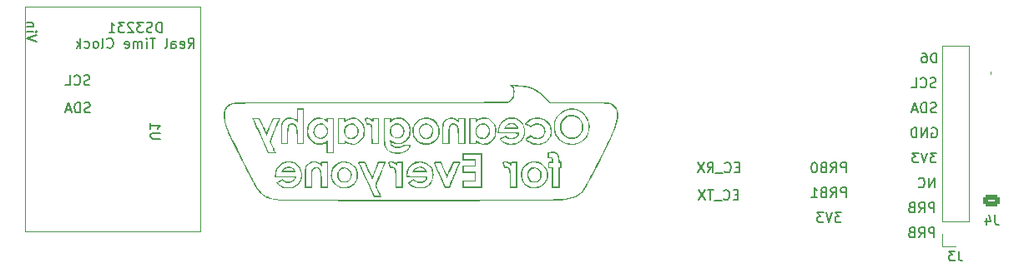
<source format=gbr>
%TF.GenerationSoftware,KiCad,Pcbnew,7.0.7*%
%TF.CreationDate,2024-03-20T16:58:12-04:00*%
%TF.ProjectId,kicad-openctd_rev7,6b696361-642d-46f7-9065-6e6374645f72,rev?*%
%TF.SameCoordinates,Original*%
%TF.FileFunction,Legend,Bot*%
%TF.FilePolarity,Positive*%
%FSLAX46Y46*%
G04 Gerber Fmt 4.6, Leading zero omitted, Abs format (unit mm)*
G04 Created by KiCad (PCBNEW 7.0.7) date 2024-03-20 16:58:12*
%MOMM*%
%LPD*%
G01*
G04 APERTURE LIST*
G04 Aperture macros list*
%AMRoundRect*
0 Rectangle with rounded corners*
0 $1 Rounding radius*
0 $2 $3 $4 $5 $6 $7 $8 $9 X,Y pos of 4 corners*
0 Add a 4 corners polygon primitive as box body*
4,1,4,$2,$3,$4,$5,$6,$7,$8,$9,$2,$3,0*
0 Add four circle primitives for the rounded corners*
1,1,$1+$1,$2,$3*
1,1,$1+$1,$4,$5*
1,1,$1+$1,$6,$7*
1,1,$1+$1,$8,$9*
0 Add four rect primitives between the rounded corners*
20,1,$1+$1,$2,$3,$4,$5,0*
20,1,$1+$1,$4,$5,$6,$7,0*
20,1,$1+$1,$6,$7,$8,$9,0*
20,1,$1+$1,$8,$9,$2,$3,0*%
G04 Aperture macros list end*
%ADD10C,0.150000*%
%ADD11C,0.120000*%
%ADD12C,1.600000*%
%ADD13O,1.600000X1.600000*%
%ADD14C,2.540000*%
%ADD15R,1.600000X1.600000*%
%ADD16R,1.651000X1.651000*%
%ADD17C,1.651000*%
%ADD18R,1.700000X1.700000*%
%ADD19O,1.700000X1.700000*%
%ADD20C,4.300000*%
%ADD21RoundRect,0.250000X0.625000X-0.350000X0.625000X0.350000X-0.625000X0.350000X-0.625000X-0.350000X0*%
%ADD22O,1.750000X1.200000*%
G04 APERTURE END LIST*
D10*
X175688380Y-100253009D02*
X175355047Y-100253009D01*
X175212190Y-100776819D02*
X175688380Y-100776819D01*
X175688380Y-100776819D02*
X175688380Y-99776819D01*
X175688380Y-99776819D02*
X175212190Y-99776819D01*
X174212190Y-100681580D02*
X174259809Y-100729200D01*
X174259809Y-100729200D02*
X174402666Y-100776819D01*
X174402666Y-100776819D02*
X174497904Y-100776819D01*
X174497904Y-100776819D02*
X174640761Y-100729200D01*
X174640761Y-100729200D02*
X174735999Y-100633961D01*
X174735999Y-100633961D02*
X174783618Y-100538723D01*
X174783618Y-100538723D02*
X174831237Y-100348247D01*
X174831237Y-100348247D02*
X174831237Y-100205390D01*
X174831237Y-100205390D02*
X174783618Y-100014914D01*
X174783618Y-100014914D02*
X174735999Y-99919676D01*
X174735999Y-99919676D02*
X174640761Y-99824438D01*
X174640761Y-99824438D02*
X174497904Y-99776819D01*
X174497904Y-99776819D02*
X174402666Y-99776819D01*
X174402666Y-99776819D02*
X174259809Y-99824438D01*
X174259809Y-99824438D02*
X174212190Y-99872057D01*
X174021714Y-100872057D02*
X173259809Y-100872057D01*
X173164570Y-99776819D02*
X172593142Y-99776819D01*
X172878856Y-100776819D02*
X172878856Y-99776819D01*
X172355046Y-99776819D02*
X171688380Y-100776819D01*
X171688380Y-99776819D02*
X172355046Y-100776819D01*
X109926285Y-91847200D02*
X109783428Y-91894819D01*
X109783428Y-91894819D02*
X109545333Y-91894819D01*
X109545333Y-91894819D02*
X109450095Y-91847200D01*
X109450095Y-91847200D02*
X109402476Y-91799580D01*
X109402476Y-91799580D02*
X109354857Y-91704342D01*
X109354857Y-91704342D02*
X109354857Y-91609104D01*
X109354857Y-91609104D02*
X109402476Y-91513866D01*
X109402476Y-91513866D02*
X109450095Y-91466247D01*
X109450095Y-91466247D02*
X109545333Y-91418628D01*
X109545333Y-91418628D02*
X109735809Y-91371009D01*
X109735809Y-91371009D02*
X109831047Y-91323390D01*
X109831047Y-91323390D02*
X109878666Y-91275771D01*
X109878666Y-91275771D02*
X109926285Y-91180533D01*
X109926285Y-91180533D02*
X109926285Y-91085295D01*
X109926285Y-91085295D02*
X109878666Y-90990057D01*
X109878666Y-90990057D02*
X109831047Y-90942438D01*
X109831047Y-90942438D02*
X109735809Y-90894819D01*
X109735809Y-90894819D02*
X109497714Y-90894819D01*
X109497714Y-90894819D02*
X109354857Y-90942438D01*
X108926285Y-91894819D02*
X108926285Y-90894819D01*
X108926285Y-90894819D02*
X108688190Y-90894819D01*
X108688190Y-90894819D02*
X108545333Y-90942438D01*
X108545333Y-90942438D02*
X108450095Y-91037676D01*
X108450095Y-91037676D02*
X108402476Y-91132914D01*
X108402476Y-91132914D02*
X108354857Y-91323390D01*
X108354857Y-91323390D02*
X108354857Y-91466247D01*
X108354857Y-91466247D02*
X108402476Y-91656723D01*
X108402476Y-91656723D02*
X108450095Y-91751961D01*
X108450095Y-91751961D02*
X108545333Y-91847200D01*
X108545333Y-91847200D02*
X108688190Y-91894819D01*
X108688190Y-91894819D02*
X108926285Y-91894819D01*
X107973904Y-91609104D02*
X107497714Y-91609104D01*
X108069142Y-91894819D02*
X107735809Y-90894819D01*
X107735809Y-90894819D02*
X107402476Y-91894819D01*
X195571904Y-102054819D02*
X195571904Y-101054819D01*
X195571904Y-101054819D02*
X195190952Y-101054819D01*
X195190952Y-101054819D02*
X195095714Y-101102438D01*
X195095714Y-101102438D02*
X195048095Y-101150057D01*
X195048095Y-101150057D02*
X195000476Y-101245295D01*
X195000476Y-101245295D02*
X195000476Y-101388152D01*
X195000476Y-101388152D02*
X195048095Y-101483390D01*
X195048095Y-101483390D02*
X195095714Y-101531009D01*
X195095714Y-101531009D02*
X195190952Y-101578628D01*
X195190952Y-101578628D02*
X195571904Y-101578628D01*
X194000476Y-102054819D02*
X194333809Y-101578628D01*
X194571904Y-102054819D02*
X194571904Y-101054819D01*
X194571904Y-101054819D02*
X194190952Y-101054819D01*
X194190952Y-101054819D02*
X194095714Y-101102438D01*
X194095714Y-101102438D02*
X194048095Y-101150057D01*
X194048095Y-101150057D02*
X194000476Y-101245295D01*
X194000476Y-101245295D02*
X194000476Y-101388152D01*
X194000476Y-101388152D02*
X194048095Y-101483390D01*
X194048095Y-101483390D02*
X194095714Y-101531009D01*
X194095714Y-101531009D02*
X194190952Y-101578628D01*
X194190952Y-101578628D02*
X194571904Y-101578628D01*
X193238571Y-101531009D02*
X193095714Y-101578628D01*
X193095714Y-101578628D02*
X193048095Y-101626247D01*
X193048095Y-101626247D02*
X193000476Y-101721485D01*
X193000476Y-101721485D02*
X193000476Y-101864342D01*
X193000476Y-101864342D02*
X193048095Y-101959580D01*
X193048095Y-101959580D02*
X193095714Y-102007200D01*
X193095714Y-102007200D02*
X193190952Y-102054819D01*
X193190952Y-102054819D02*
X193571904Y-102054819D01*
X193571904Y-102054819D02*
X193571904Y-101054819D01*
X193571904Y-101054819D02*
X193238571Y-101054819D01*
X193238571Y-101054819D02*
X193143333Y-101102438D01*
X193143333Y-101102438D02*
X193095714Y-101150057D01*
X193095714Y-101150057D02*
X193048095Y-101245295D01*
X193048095Y-101245295D02*
X193048095Y-101340533D01*
X193048095Y-101340533D02*
X193095714Y-101435771D01*
X193095714Y-101435771D02*
X193143333Y-101483390D01*
X193143333Y-101483390D02*
X193238571Y-101531009D01*
X193238571Y-101531009D02*
X193571904Y-101531009D01*
X195802094Y-95998819D02*
X195183047Y-95998819D01*
X195183047Y-95998819D02*
X195516380Y-96379771D01*
X195516380Y-96379771D02*
X195373523Y-96379771D01*
X195373523Y-96379771D02*
X195278285Y-96427390D01*
X195278285Y-96427390D02*
X195230666Y-96475009D01*
X195230666Y-96475009D02*
X195183047Y-96570247D01*
X195183047Y-96570247D02*
X195183047Y-96808342D01*
X195183047Y-96808342D02*
X195230666Y-96903580D01*
X195230666Y-96903580D02*
X195278285Y-96951200D01*
X195278285Y-96951200D02*
X195373523Y-96998819D01*
X195373523Y-96998819D02*
X195659237Y-96998819D01*
X195659237Y-96998819D02*
X195754475Y-96951200D01*
X195754475Y-96951200D02*
X195802094Y-96903580D01*
X194897332Y-95998819D02*
X194563999Y-96998819D01*
X194563999Y-96998819D02*
X194230666Y-95998819D01*
X193992570Y-95998819D02*
X193373523Y-95998819D01*
X193373523Y-95998819D02*
X193706856Y-96379771D01*
X193706856Y-96379771D02*
X193563999Y-96379771D01*
X193563999Y-96379771D02*
X193468761Y-96427390D01*
X193468761Y-96427390D02*
X193421142Y-96475009D01*
X193421142Y-96475009D02*
X193373523Y-96570247D01*
X193373523Y-96570247D02*
X193373523Y-96808342D01*
X193373523Y-96808342D02*
X193421142Y-96903580D01*
X193421142Y-96903580D02*
X193468761Y-96951200D01*
X193468761Y-96951200D02*
X193563999Y-96998819D01*
X193563999Y-96998819D02*
X193849713Y-96998819D01*
X193849713Y-96998819D02*
X193944951Y-96951200D01*
X193944951Y-96951200D02*
X193992570Y-96903580D01*
X201755333Y-102324819D02*
X201755333Y-103039104D01*
X201755333Y-103039104D02*
X201802952Y-103181961D01*
X201802952Y-103181961D02*
X201898190Y-103277200D01*
X201898190Y-103277200D02*
X202041047Y-103324819D01*
X202041047Y-103324819D02*
X202136285Y-103324819D01*
X200850571Y-102658152D02*
X200850571Y-103324819D01*
X201088666Y-102277200D02*
X201326761Y-102991485D01*
X201326761Y-102991485D02*
X200707714Y-102991485D01*
X175807428Y-97459009D02*
X175474095Y-97459009D01*
X175331238Y-97982819D02*
X175807428Y-97982819D01*
X175807428Y-97982819D02*
X175807428Y-96982819D01*
X175807428Y-96982819D02*
X175331238Y-96982819D01*
X174331238Y-97887580D02*
X174378857Y-97935200D01*
X174378857Y-97935200D02*
X174521714Y-97982819D01*
X174521714Y-97982819D02*
X174616952Y-97982819D01*
X174616952Y-97982819D02*
X174759809Y-97935200D01*
X174759809Y-97935200D02*
X174855047Y-97839961D01*
X174855047Y-97839961D02*
X174902666Y-97744723D01*
X174902666Y-97744723D02*
X174950285Y-97554247D01*
X174950285Y-97554247D02*
X174950285Y-97411390D01*
X174950285Y-97411390D02*
X174902666Y-97220914D01*
X174902666Y-97220914D02*
X174855047Y-97125676D01*
X174855047Y-97125676D02*
X174759809Y-97030438D01*
X174759809Y-97030438D02*
X174616952Y-96982819D01*
X174616952Y-96982819D02*
X174521714Y-96982819D01*
X174521714Y-96982819D02*
X174378857Y-97030438D01*
X174378857Y-97030438D02*
X174331238Y-97078057D01*
X174140762Y-98078057D02*
X173378857Y-98078057D01*
X172569333Y-97982819D02*
X172902666Y-97506628D01*
X173140761Y-97982819D02*
X173140761Y-96982819D01*
X173140761Y-96982819D02*
X172759809Y-96982819D01*
X172759809Y-96982819D02*
X172664571Y-97030438D01*
X172664571Y-97030438D02*
X172616952Y-97078057D01*
X172616952Y-97078057D02*
X172569333Y-97173295D01*
X172569333Y-97173295D02*
X172569333Y-97316152D01*
X172569333Y-97316152D02*
X172616952Y-97411390D01*
X172616952Y-97411390D02*
X172664571Y-97459009D01*
X172664571Y-97459009D02*
X172759809Y-97506628D01*
X172759809Y-97506628D02*
X173140761Y-97506628D01*
X172235999Y-96982819D02*
X171569333Y-97982819D01*
X171569333Y-96982819D02*
X172235999Y-97982819D01*
X195778285Y-91847200D02*
X195635428Y-91894819D01*
X195635428Y-91894819D02*
X195397333Y-91894819D01*
X195397333Y-91894819D02*
X195302095Y-91847200D01*
X195302095Y-91847200D02*
X195254476Y-91799580D01*
X195254476Y-91799580D02*
X195206857Y-91704342D01*
X195206857Y-91704342D02*
X195206857Y-91609104D01*
X195206857Y-91609104D02*
X195254476Y-91513866D01*
X195254476Y-91513866D02*
X195302095Y-91466247D01*
X195302095Y-91466247D02*
X195397333Y-91418628D01*
X195397333Y-91418628D02*
X195587809Y-91371009D01*
X195587809Y-91371009D02*
X195683047Y-91323390D01*
X195683047Y-91323390D02*
X195730666Y-91275771D01*
X195730666Y-91275771D02*
X195778285Y-91180533D01*
X195778285Y-91180533D02*
X195778285Y-91085295D01*
X195778285Y-91085295D02*
X195730666Y-90990057D01*
X195730666Y-90990057D02*
X195683047Y-90942438D01*
X195683047Y-90942438D02*
X195587809Y-90894819D01*
X195587809Y-90894819D02*
X195349714Y-90894819D01*
X195349714Y-90894819D02*
X195206857Y-90942438D01*
X194778285Y-91894819D02*
X194778285Y-90894819D01*
X194778285Y-90894819D02*
X194540190Y-90894819D01*
X194540190Y-90894819D02*
X194397333Y-90942438D01*
X194397333Y-90942438D02*
X194302095Y-91037676D01*
X194302095Y-91037676D02*
X194254476Y-91132914D01*
X194254476Y-91132914D02*
X194206857Y-91323390D01*
X194206857Y-91323390D02*
X194206857Y-91466247D01*
X194206857Y-91466247D02*
X194254476Y-91656723D01*
X194254476Y-91656723D02*
X194302095Y-91751961D01*
X194302095Y-91751961D02*
X194397333Y-91847200D01*
X194397333Y-91847200D02*
X194540190Y-91894819D01*
X194540190Y-91894819D02*
X194778285Y-91894819D01*
X193825904Y-91609104D02*
X193349714Y-91609104D01*
X193921142Y-91894819D02*
X193587809Y-90894819D01*
X193587809Y-90894819D02*
X193254476Y-91894819D01*
X195325904Y-93482438D02*
X195421142Y-93434819D01*
X195421142Y-93434819D02*
X195563999Y-93434819D01*
X195563999Y-93434819D02*
X195706856Y-93482438D01*
X195706856Y-93482438D02*
X195802094Y-93577676D01*
X195802094Y-93577676D02*
X195849713Y-93672914D01*
X195849713Y-93672914D02*
X195897332Y-93863390D01*
X195897332Y-93863390D02*
X195897332Y-94006247D01*
X195897332Y-94006247D02*
X195849713Y-94196723D01*
X195849713Y-94196723D02*
X195802094Y-94291961D01*
X195802094Y-94291961D02*
X195706856Y-94387200D01*
X195706856Y-94387200D02*
X195563999Y-94434819D01*
X195563999Y-94434819D02*
X195468761Y-94434819D01*
X195468761Y-94434819D02*
X195325904Y-94387200D01*
X195325904Y-94387200D02*
X195278285Y-94339580D01*
X195278285Y-94339580D02*
X195278285Y-94006247D01*
X195278285Y-94006247D02*
X195468761Y-94006247D01*
X194849713Y-94434819D02*
X194849713Y-93434819D01*
X194849713Y-93434819D02*
X194278285Y-94434819D01*
X194278285Y-94434819D02*
X194278285Y-93434819D01*
X193802094Y-94434819D02*
X193802094Y-93434819D01*
X193802094Y-93434819D02*
X193563999Y-93434819D01*
X193563999Y-93434819D02*
X193421142Y-93482438D01*
X193421142Y-93482438D02*
X193325904Y-93577676D01*
X193325904Y-93577676D02*
X193278285Y-93672914D01*
X193278285Y-93672914D02*
X193230666Y-93863390D01*
X193230666Y-93863390D02*
X193230666Y-94006247D01*
X193230666Y-94006247D02*
X193278285Y-94196723D01*
X193278285Y-94196723D02*
X193325904Y-94291961D01*
X193325904Y-94291961D02*
X193421142Y-94387200D01*
X193421142Y-94387200D02*
X193563999Y-94434819D01*
X193563999Y-94434819D02*
X193802094Y-94434819D01*
X195810094Y-86838819D02*
X195810094Y-85838819D01*
X195810094Y-85838819D02*
X195571999Y-85838819D01*
X195571999Y-85838819D02*
X195429142Y-85886438D01*
X195429142Y-85886438D02*
X195333904Y-85981676D01*
X195333904Y-85981676D02*
X195286285Y-86076914D01*
X195286285Y-86076914D02*
X195238666Y-86267390D01*
X195238666Y-86267390D02*
X195238666Y-86410247D01*
X195238666Y-86410247D02*
X195286285Y-86600723D01*
X195286285Y-86600723D02*
X195333904Y-86695961D01*
X195333904Y-86695961D02*
X195429142Y-86791200D01*
X195429142Y-86791200D02*
X195571999Y-86838819D01*
X195571999Y-86838819D02*
X195810094Y-86838819D01*
X194381523Y-85838819D02*
X194571999Y-85838819D01*
X194571999Y-85838819D02*
X194667237Y-85886438D01*
X194667237Y-85886438D02*
X194714856Y-85934057D01*
X194714856Y-85934057D02*
X194810094Y-86076914D01*
X194810094Y-86076914D02*
X194857713Y-86267390D01*
X194857713Y-86267390D02*
X194857713Y-86648342D01*
X194857713Y-86648342D02*
X194810094Y-86743580D01*
X194810094Y-86743580D02*
X194762475Y-86791200D01*
X194762475Y-86791200D02*
X194667237Y-86838819D01*
X194667237Y-86838819D02*
X194476761Y-86838819D01*
X194476761Y-86838819D02*
X194381523Y-86791200D01*
X194381523Y-86791200D02*
X194333904Y-86743580D01*
X194333904Y-86743580D02*
X194286285Y-86648342D01*
X194286285Y-86648342D02*
X194286285Y-86410247D01*
X194286285Y-86410247D02*
X194333904Y-86315009D01*
X194333904Y-86315009D02*
X194381523Y-86267390D01*
X194381523Y-86267390D02*
X194476761Y-86219771D01*
X194476761Y-86219771D02*
X194667237Y-86219771D01*
X194667237Y-86219771D02*
X194762475Y-86267390D01*
X194762475Y-86267390D02*
X194810094Y-86315009D01*
X194810094Y-86315009D02*
X194857713Y-86410247D01*
X186650094Y-97982819D02*
X186650094Y-96982819D01*
X186650094Y-96982819D02*
X186269142Y-96982819D01*
X186269142Y-96982819D02*
X186173904Y-97030438D01*
X186173904Y-97030438D02*
X186126285Y-97078057D01*
X186126285Y-97078057D02*
X186078666Y-97173295D01*
X186078666Y-97173295D02*
X186078666Y-97316152D01*
X186078666Y-97316152D02*
X186126285Y-97411390D01*
X186126285Y-97411390D02*
X186173904Y-97459009D01*
X186173904Y-97459009D02*
X186269142Y-97506628D01*
X186269142Y-97506628D02*
X186650094Y-97506628D01*
X185078666Y-97982819D02*
X185411999Y-97506628D01*
X185650094Y-97982819D02*
X185650094Y-96982819D01*
X185650094Y-96982819D02*
X185269142Y-96982819D01*
X185269142Y-96982819D02*
X185173904Y-97030438D01*
X185173904Y-97030438D02*
X185126285Y-97078057D01*
X185126285Y-97078057D02*
X185078666Y-97173295D01*
X185078666Y-97173295D02*
X185078666Y-97316152D01*
X185078666Y-97316152D02*
X185126285Y-97411390D01*
X185126285Y-97411390D02*
X185173904Y-97459009D01*
X185173904Y-97459009D02*
X185269142Y-97506628D01*
X185269142Y-97506628D02*
X185650094Y-97506628D01*
X184316761Y-97459009D02*
X184173904Y-97506628D01*
X184173904Y-97506628D02*
X184126285Y-97554247D01*
X184126285Y-97554247D02*
X184078666Y-97649485D01*
X184078666Y-97649485D02*
X184078666Y-97792342D01*
X184078666Y-97792342D02*
X184126285Y-97887580D01*
X184126285Y-97887580D02*
X184173904Y-97935200D01*
X184173904Y-97935200D02*
X184269142Y-97982819D01*
X184269142Y-97982819D02*
X184650094Y-97982819D01*
X184650094Y-97982819D02*
X184650094Y-96982819D01*
X184650094Y-96982819D02*
X184316761Y-96982819D01*
X184316761Y-96982819D02*
X184221523Y-97030438D01*
X184221523Y-97030438D02*
X184173904Y-97078057D01*
X184173904Y-97078057D02*
X184126285Y-97173295D01*
X184126285Y-97173295D02*
X184126285Y-97268533D01*
X184126285Y-97268533D02*
X184173904Y-97363771D01*
X184173904Y-97363771D02*
X184221523Y-97411390D01*
X184221523Y-97411390D02*
X184316761Y-97459009D01*
X184316761Y-97459009D02*
X184650094Y-97459009D01*
X183459618Y-96982819D02*
X183364380Y-96982819D01*
X183364380Y-96982819D02*
X183269142Y-97030438D01*
X183269142Y-97030438D02*
X183221523Y-97078057D01*
X183221523Y-97078057D02*
X183173904Y-97173295D01*
X183173904Y-97173295D02*
X183126285Y-97363771D01*
X183126285Y-97363771D02*
X183126285Y-97601866D01*
X183126285Y-97601866D02*
X183173904Y-97792342D01*
X183173904Y-97792342D02*
X183221523Y-97887580D01*
X183221523Y-97887580D02*
X183269142Y-97935200D01*
X183269142Y-97935200D02*
X183364380Y-97982819D01*
X183364380Y-97982819D02*
X183459618Y-97982819D01*
X183459618Y-97982819D02*
X183554856Y-97935200D01*
X183554856Y-97935200D02*
X183602475Y-97887580D01*
X183602475Y-97887580D02*
X183650094Y-97792342D01*
X183650094Y-97792342D02*
X183697713Y-97601866D01*
X183697713Y-97601866D02*
X183697713Y-97363771D01*
X183697713Y-97363771D02*
X183650094Y-97173295D01*
X183650094Y-97173295D02*
X183602475Y-97078057D01*
X183602475Y-97078057D02*
X183554856Y-97030438D01*
X183554856Y-97030438D02*
X183459618Y-96982819D01*
X195571904Y-104594819D02*
X195571904Y-103594819D01*
X195571904Y-103594819D02*
X195190952Y-103594819D01*
X195190952Y-103594819D02*
X195095714Y-103642438D01*
X195095714Y-103642438D02*
X195048095Y-103690057D01*
X195048095Y-103690057D02*
X195000476Y-103785295D01*
X195000476Y-103785295D02*
X195000476Y-103928152D01*
X195000476Y-103928152D02*
X195048095Y-104023390D01*
X195048095Y-104023390D02*
X195095714Y-104071009D01*
X195095714Y-104071009D02*
X195190952Y-104118628D01*
X195190952Y-104118628D02*
X195571904Y-104118628D01*
X194000476Y-104594819D02*
X194333809Y-104118628D01*
X194571904Y-104594819D02*
X194571904Y-103594819D01*
X194571904Y-103594819D02*
X194190952Y-103594819D01*
X194190952Y-103594819D02*
X194095714Y-103642438D01*
X194095714Y-103642438D02*
X194048095Y-103690057D01*
X194048095Y-103690057D02*
X194000476Y-103785295D01*
X194000476Y-103785295D02*
X194000476Y-103928152D01*
X194000476Y-103928152D02*
X194048095Y-104023390D01*
X194048095Y-104023390D02*
X194095714Y-104071009D01*
X194095714Y-104071009D02*
X194190952Y-104118628D01*
X194190952Y-104118628D02*
X194571904Y-104118628D01*
X193238571Y-104071009D02*
X193095714Y-104118628D01*
X193095714Y-104118628D02*
X193048095Y-104166247D01*
X193048095Y-104166247D02*
X193000476Y-104261485D01*
X193000476Y-104261485D02*
X193000476Y-104404342D01*
X193000476Y-104404342D02*
X193048095Y-104499580D01*
X193048095Y-104499580D02*
X193095714Y-104547200D01*
X193095714Y-104547200D02*
X193190952Y-104594819D01*
X193190952Y-104594819D02*
X193571904Y-104594819D01*
X193571904Y-104594819D02*
X193571904Y-103594819D01*
X193571904Y-103594819D02*
X193238571Y-103594819D01*
X193238571Y-103594819D02*
X193143333Y-103642438D01*
X193143333Y-103642438D02*
X193095714Y-103690057D01*
X193095714Y-103690057D02*
X193048095Y-103785295D01*
X193048095Y-103785295D02*
X193048095Y-103880533D01*
X193048095Y-103880533D02*
X193095714Y-103975771D01*
X193095714Y-103975771D02*
X193143333Y-104023390D01*
X193143333Y-104023390D02*
X193238571Y-104071009D01*
X193238571Y-104071009D02*
X193571904Y-104071009D01*
X195754475Y-89307200D02*
X195611618Y-89354819D01*
X195611618Y-89354819D02*
X195373523Y-89354819D01*
X195373523Y-89354819D02*
X195278285Y-89307200D01*
X195278285Y-89307200D02*
X195230666Y-89259580D01*
X195230666Y-89259580D02*
X195183047Y-89164342D01*
X195183047Y-89164342D02*
X195183047Y-89069104D01*
X195183047Y-89069104D02*
X195230666Y-88973866D01*
X195230666Y-88973866D02*
X195278285Y-88926247D01*
X195278285Y-88926247D02*
X195373523Y-88878628D01*
X195373523Y-88878628D02*
X195563999Y-88831009D01*
X195563999Y-88831009D02*
X195659237Y-88783390D01*
X195659237Y-88783390D02*
X195706856Y-88735771D01*
X195706856Y-88735771D02*
X195754475Y-88640533D01*
X195754475Y-88640533D02*
X195754475Y-88545295D01*
X195754475Y-88545295D02*
X195706856Y-88450057D01*
X195706856Y-88450057D02*
X195659237Y-88402438D01*
X195659237Y-88402438D02*
X195563999Y-88354819D01*
X195563999Y-88354819D02*
X195325904Y-88354819D01*
X195325904Y-88354819D02*
X195183047Y-88402438D01*
X194183047Y-89259580D02*
X194230666Y-89307200D01*
X194230666Y-89307200D02*
X194373523Y-89354819D01*
X194373523Y-89354819D02*
X194468761Y-89354819D01*
X194468761Y-89354819D02*
X194611618Y-89307200D01*
X194611618Y-89307200D02*
X194706856Y-89211961D01*
X194706856Y-89211961D02*
X194754475Y-89116723D01*
X194754475Y-89116723D02*
X194802094Y-88926247D01*
X194802094Y-88926247D02*
X194802094Y-88783390D01*
X194802094Y-88783390D02*
X194754475Y-88592914D01*
X194754475Y-88592914D02*
X194706856Y-88497676D01*
X194706856Y-88497676D02*
X194611618Y-88402438D01*
X194611618Y-88402438D02*
X194468761Y-88354819D01*
X194468761Y-88354819D02*
X194373523Y-88354819D01*
X194373523Y-88354819D02*
X194230666Y-88402438D01*
X194230666Y-88402438D02*
X194183047Y-88450057D01*
X193278285Y-89354819D02*
X193754475Y-89354819D01*
X193754475Y-89354819D02*
X193754475Y-88354819D01*
X186650094Y-100522819D02*
X186650094Y-99522819D01*
X186650094Y-99522819D02*
X186269142Y-99522819D01*
X186269142Y-99522819D02*
X186173904Y-99570438D01*
X186173904Y-99570438D02*
X186126285Y-99618057D01*
X186126285Y-99618057D02*
X186078666Y-99713295D01*
X186078666Y-99713295D02*
X186078666Y-99856152D01*
X186078666Y-99856152D02*
X186126285Y-99951390D01*
X186126285Y-99951390D02*
X186173904Y-99999009D01*
X186173904Y-99999009D02*
X186269142Y-100046628D01*
X186269142Y-100046628D02*
X186650094Y-100046628D01*
X185078666Y-100522819D02*
X185411999Y-100046628D01*
X185650094Y-100522819D02*
X185650094Y-99522819D01*
X185650094Y-99522819D02*
X185269142Y-99522819D01*
X185269142Y-99522819D02*
X185173904Y-99570438D01*
X185173904Y-99570438D02*
X185126285Y-99618057D01*
X185126285Y-99618057D02*
X185078666Y-99713295D01*
X185078666Y-99713295D02*
X185078666Y-99856152D01*
X185078666Y-99856152D02*
X185126285Y-99951390D01*
X185126285Y-99951390D02*
X185173904Y-99999009D01*
X185173904Y-99999009D02*
X185269142Y-100046628D01*
X185269142Y-100046628D02*
X185650094Y-100046628D01*
X184316761Y-99999009D02*
X184173904Y-100046628D01*
X184173904Y-100046628D02*
X184126285Y-100094247D01*
X184126285Y-100094247D02*
X184078666Y-100189485D01*
X184078666Y-100189485D02*
X184078666Y-100332342D01*
X184078666Y-100332342D02*
X184126285Y-100427580D01*
X184126285Y-100427580D02*
X184173904Y-100475200D01*
X184173904Y-100475200D02*
X184269142Y-100522819D01*
X184269142Y-100522819D02*
X184650094Y-100522819D01*
X184650094Y-100522819D02*
X184650094Y-99522819D01*
X184650094Y-99522819D02*
X184316761Y-99522819D01*
X184316761Y-99522819D02*
X184221523Y-99570438D01*
X184221523Y-99570438D02*
X184173904Y-99618057D01*
X184173904Y-99618057D02*
X184126285Y-99713295D01*
X184126285Y-99713295D02*
X184126285Y-99808533D01*
X184126285Y-99808533D02*
X184173904Y-99903771D01*
X184173904Y-99903771D02*
X184221523Y-99951390D01*
X184221523Y-99951390D02*
X184316761Y-99999009D01*
X184316761Y-99999009D02*
X184650094Y-99999009D01*
X183126285Y-100522819D02*
X183697713Y-100522819D01*
X183411999Y-100522819D02*
X183411999Y-99522819D01*
X183411999Y-99522819D02*
X183507237Y-99665676D01*
X183507237Y-99665676D02*
X183602475Y-99760914D01*
X183602475Y-99760914D02*
X183697713Y-99808533D01*
X186150094Y-102062819D02*
X185531047Y-102062819D01*
X185531047Y-102062819D02*
X185864380Y-102443771D01*
X185864380Y-102443771D02*
X185721523Y-102443771D01*
X185721523Y-102443771D02*
X185626285Y-102491390D01*
X185626285Y-102491390D02*
X185578666Y-102539009D01*
X185578666Y-102539009D02*
X185531047Y-102634247D01*
X185531047Y-102634247D02*
X185531047Y-102872342D01*
X185531047Y-102872342D02*
X185578666Y-102967580D01*
X185578666Y-102967580D02*
X185626285Y-103015200D01*
X185626285Y-103015200D02*
X185721523Y-103062819D01*
X185721523Y-103062819D02*
X186007237Y-103062819D01*
X186007237Y-103062819D02*
X186102475Y-103015200D01*
X186102475Y-103015200D02*
X186150094Y-102967580D01*
X185245332Y-102062819D02*
X184911999Y-103062819D01*
X184911999Y-103062819D02*
X184578666Y-102062819D01*
X184340570Y-102062819D02*
X183721523Y-102062819D01*
X183721523Y-102062819D02*
X184054856Y-102443771D01*
X184054856Y-102443771D02*
X183911999Y-102443771D01*
X183911999Y-102443771D02*
X183816761Y-102491390D01*
X183816761Y-102491390D02*
X183769142Y-102539009D01*
X183769142Y-102539009D02*
X183721523Y-102634247D01*
X183721523Y-102634247D02*
X183721523Y-102872342D01*
X183721523Y-102872342D02*
X183769142Y-102967580D01*
X183769142Y-102967580D02*
X183816761Y-103015200D01*
X183816761Y-103015200D02*
X183911999Y-103062819D01*
X183911999Y-103062819D02*
X184197713Y-103062819D01*
X184197713Y-103062819D02*
X184292951Y-103015200D01*
X184292951Y-103015200D02*
X184340570Y-102967580D01*
X195603713Y-99538819D02*
X195603713Y-98538819D01*
X195603713Y-98538819D02*
X195032285Y-99538819D01*
X195032285Y-99538819D02*
X195032285Y-98538819D01*
X193984666Y-99443580D02*
X194032285Y-99491200D01*
X194032285Y-99491200D02*
X194175142Y-99538819D01*
X194175142Y-99538819D02*
X194270380Y-99538819D01*
X194270380Y-99538819D02*
X194413237Y-99491200D01*
X194413237Y-99491200D02*
X194508475Y-99395961D01*
X194508475Y-99395961D02*
X194556094Y-99300723D01*
X194556094Y-99300723D02*
X194603713Y-99110247D01*
X194603713Y-99110247D02*
X194603713Y-98967390D01*
X194603713Y-98967390D02*
X194556094Y-98776914D01*
X194556094Y-98776914D02*
X194508475Y-98681676D01*
X194508475Y-98681676D02*
X194413237Y-98586438D01*
X194413237Y-98586438D02*
X194270380Y-98538819D01*
X194270380Y-98538819D02*
X194175142Y-98538819D01*
X194175142Y-98538819D02*
X194032285Y-98586438D01*
X194032285Y-98586438D02*
X193984666Y-98634057D01*
X117196856Y-83723819D02*
X117196856Y-82723819D01*
X117196856Y-82723819D02*
X116958761Y-82723819D01*
X116958761Y-82723819D02*
X116815904Y-82771438D01*
X116815904Y-82771438D02*
X116720666Y-82866676D01*
X116720666Y-82866676D02*
X116673047Y-82961914D01*
X116673047Y-82961914D02*
X116625428Y-83152390D01*
X116625428Y-83152390D02*
X116625428Y-83295247D01*
X116625428Y-83295247D02*
X116673047Y-83485723D01*
X116673047Y-83485723D02*
X116720666Y-83580961D01*
X116720666Y-83580961D02*
X116815904Y-83676200D01*
X116815904Y-83676200D02*
X116958761Y-83723819D01*
X116958761Y-83723819D02*
X117196856Y-83723819D01*
X116244475Y-83676200D02*
X116101618Y-83723819D01*
X116101618Y-83723819D02*
X115863523Y-83723819D01*
X115863523Y-83723819D02*
X115768285Y-83676200D01*
X115768285Y-83676200D02*
X115720666Y-83628580D01*
X115720666Y-83628580D02*
X115673047Y-83533342D01*
X115673047Y-83533342D02*
X115673047Y-83438104D01*
X115673047Y-83438104D02*
X115720666Y-83342866D01*
X115720666Y-83342866D02*
X115768285Y-83295247D01*
X115768285Y-83295247D02*
X115863523Y-83247628D01*
X115863523Y-83247628D02*
X116053999Y-83200009D01*
X116053999Y-83200009D02*
X116149237Y-83152390D01*
X116149237Y-83152390D02*
X116196856Y-83104771D01*
X116196856Y-83104771D02*
X116244475Y-83009533D01*
X116244475Y-83009533D02*
X116244475Y-82914295D01*
X116244475Y-82914295D02*
X116196856Y-82819057D01*
X116196856Y-82819057D02*
X116149237Y-82771438D01*
X116149237Y-82771438D02*
X116053999Y-82723819D01*
X116053999Y-82723819D02*
X115815904Y-82723819D01*
X115815904Y-82723819D02*
X115673047Y-82771438D01*
X115339713Y-82723819D02*
X114720666Y-82723819D01*
X114720666Y-82723819D02*
X115053999Y-83104771D01*
X115053999Y-83104771D02*
X114911142Y-83104771D01*
X114911142Y-83104771D02*
X114815904Y-83152390D01*
X114815904Y-83152390D02*
X114768285Y-83200009D01*
X114768285Y-83200009D02*
X114720666Y-83295247D01*
X114720666Y-83295247D02*
X114720666Y-83533342D01*
X114720666Y-83533342D02*
X114768285Y-83628580D01*
X114768285Y-83628580D02*
X114815904Y-83676200D01*
X114815904Y-83676200D02*
X114911142Y-83723819D01*
X114911142Y-83723819D02*
X115196856Y-83723819D01*
X115196856Y-83723819D02*
X115292094Y-83676200D01*
X115292094Y-83676200D02*
X115339713Y-83628580D01*
X114339713Y-82819057D02*
X114292094Y-82771438D01*
X114292094Y-82771438D02*
X114196856Y-82723819D01*
X114196856Y-82723819D02*
X113958761Y-82723819D01*
X113958761Y-82723819D02*
X113863523Y-82771438D01*
X113863523Y-82771438D02*
X113815904Y-82819057D01*
X113815904Y-82819057D02*
X113768285Y-82914295D01*
X113768285Y-82914295D02*
X113768285Y-83009533D01*
X113768285Y-83009533D02*
X113815904Y-83152390D01*
X113815904Y-83152390D02*
X114387332Y-83723819D01*
X114387332Y-83723819D02*
X113768285Y-83723819D01*
X113434951Y-82723819D02*
X112815904Y-82723819D01*
X112815904Y-82723819D02*
X113149237Y-83104771D01*
X113149237Y-83104771D02*
X113006380Y-83104771D01*
X113006380Y-83104771D02*
X112911142Y-83152390D01*
X112911142Y-83152390D02*
X112863523Y-83200009D01*
X112863523Y-83200009D02*
X112815904Y-83295247D01*
X112815904Y-83295247D02*
X112815904Y-83533342D01*
X112815904Y-83533342D02*
X112863523Y-83628580D01*
X112863523Y-83628580D02*
X112911142Y-83676200D01*
X112911142Y-83676200D02*
X113006380Y-83723819D01*
X113006380Y-83723819D02*
X113292094Y-83723819D01*
X113292094Y-83723819D02*
X113387332Y-83676200D01*
X113387332Y-83676200D02*
X113434951Y-83628580D01*
X111863523Y-83723819D02*
X112434951Y-83723819D01*
X112149237Y-83723819D02*
X112149237Y-82723819D01*
X112149237Y-82723819D02*
X112244475Y-82866676D01*
X112244475Y-82866676D02*
X112339713Y-82961914D01*
X112339713Y-82961914D02*
X112434951Y-83009533D01*
X119911143Y-85333819D02*
X120244476Y-84857628D01*
X120482571Y-85333819D02*
X120482571Y-84333819D01*
X120482571Y-84333819D02*
X120101619Y-84333819D01*
X120101619Y-84333819D02*
X120006381Y-84381438D01*
X120006381Y-84381438D02*
X119958762Y-84429057D01*
X119958762Y-84429057D02*
X119911143Y-84524295D01*
X119911143Y-84524295D02*
X119911143Y-84667152D01*
X119911143Y-84667152D02*
X119958762Y-84762390D01*
X119958762Y-84762390D02*
X120006381Y-84810009D01*
X120006381Y-84810009D02*
X120101619Y-84857628D01*
X120101619Y-84857628D02*
X120482571Y-84857628D01*
X119101619Y-85286200D02*
X119196857Y-85333819D01*
X119196857Y-85333819D02*
X119387333Y-85333819D01*
X119387333Y-85333819D02*
X119482571Y-85286200D01*
X119482571Y-85286200D02*
X119530190Y-85190961D01*
X119530190Y-85190961D02*
X119530190Y-84810009D01*
X119530190Y-84810009D02*
X119482571Y-84714771D01*
X119482571Y-84714771D02*
X119387333Y-84667152D01*
X119387333Y-84667152D02*
X119196857Y-84667152D01*
X119196857Y-84667152D02*
X119101619Y-84714771D01*
X119101619Y-84714771D02*
X119054000Y-84810009D01*
X119054000Y-84810009D02*
X119054000Y-84905247D01*
X119054000Y-84905247D02*
X119530190Y-85000485D01*
X118196857Y-85333819D02*
X118196857Y-84810009D01*
X118196857Y-84810009D02*
X118244476Y-84714771D01*
X118244476Y-84714771D02*
X118339714Y-84667152D01*
X118339714Y-84667152D02*
X118530190Y-84667152D01*
X118530190Y-84667152D02*
X118625428Y-84714771D01*
X118196857Y-85286200D02*
X118292095Y-85333819D01*
X118292095Y-85333819D02*
X118530190Y-85333819D01*
X118530190Y-85333819D02*
X118625428Y-85286200D01*
X118625428Y-85286200D02*
X118673047Y-85190961D01*
X118673047Y-85190961D02*
X118673047Y-85095723D01*
X118673047Y-85095723D02*
X118625428Y-85000485D01*
X118625428Y-85000485D02*
X118530190Y-84952866D01*
X118530190Y-84952866D02*
X118292095Y-84952866D01*
X118292095Y-84952866D02*
X118196857Y-84905247D01*
X117577809Y-85333819D02*
X117673047Y-85286200D01*
X117673047Y-85286200D02*
X117720666Y-85190961D01*
X117720666Y-85190961D02*
X117720666Y-84333819D01*
X116577808Y-84333819D02*
X116006380Y-84333819D01*
X116292094Y-85333819D02*
X116292094Y-84333819D01*
X115673046Y-85333819D02*
X115673046Y-84667152D01*
X115673046Y-84333819D02*
X115720665Y-84381438D01*
X115720665Y-84381438D02*
X115673046Y-84429057D01*
X115673046Y-84429057D02*
X115625427Y-84381438D01*
X115625427Y-84381438D02*
X115673046Y-84333819D01*
X115673046Y-84333819D02*
X115673046Y-84429057D01*
X115196856Y-85333819D02*
X115196856Y-84667152D01*
X115196856Y-84762390D02*
X115149237Y-84714771D01*
X115149237Y-84714771D02*
X115053999Y-84667152D01*
X115053999Y-84667152D02*
X114911142Y-84667152D01*
X114911142Y-84667152D02*
X114815904Y-84714771D01*
X114815904Y-84714771D02*
X114768285Y-84810009D01*
X114768285Y-84810009D02*
X114768285Y-85333819D01*
X114768285Y-84810009D02*
X114720666Y-84714771D01*
X114720666Y-84714771D02*
X114625428Y-84667152D01*
X114625428Y-84667152D02*
X114482571Y-84667152D01*
X114482571Y-84667152D02*
X114387332Y-84714771D01*
X114387332Y-84714771D02*
X114339713Y-84810009D01*
X114339713Y-84810009D02*
X114339713Y-85333819D01*
X113482571Y-85286200D02*
X113577809Y-85333819D01*
X113577809Y-85333819D02*
X113768285Y-85333819D01*
X113768285Y-85333819D02*
X113863523Y-85286200D01*
X113863523Y-85286200D02*
X113911142Y-85190961D01*
X113911142Y-85190961D02*
X113911142Y-84810009D01*
X113911142Y-84810009D02*
X113863523Y-84714771D01*
X113863523Y-84714771D02*
X113768285Y-84667152D01*
X113768285Y-84667152D02*
X113577809Y-84667152D01*
X113577809Y-84667152D02*
X113482571Y-84714771D01*
X113482571Y-84714771D02*
X113434952Y-84810009D01*
X113434952Y-84810009D02*
X113434952Y-84905247D01*
X113434952Y-84905247D02*
X113911142Y-85000485D01*
X111673047Y-85238580D02*
X111720666Y-85286200D01*
X111720666Y-85286200D02*
X111863523Y-85333819D01*
X111863523Y-85333819D02*
X111958761Y-85333819D01*
X111958761Y-85333819D02*
X112101618Y-85286200D01*
X112101618Y-85286200D02*
X112196856Y-85190961D01*
X112196856Y-85190961D02*
X112244475Y-85095723D01*
X112244475Y-85095723D02*
X112292094Y-84905247D01*
X112292094Y-84905247D02*
X112292094Y-84762390D01*
X112292094Y-84762390D02*
X112244475Y-84571914D01*
X112244475Y-84571914D02*
X112196856Y-84476676D01*
X112196856Y-84476676D02*
X112101618Y-84381438D01*
X112101618Y-84381438D02*
X111958761Y-84333819D01*
X111958761Y-84333819D02*
X111863523Y-84333819D01*
X111863523Y-84333819D02*
X111720666Y-84381438D01*
X111720666Y-84381438D02*
X111673047Y-84429057D01*
X111101618Y-85333819D02*
X111196856Y-85286200D01*
X111196856Y-85286200D02*
X111244475Y-85190961D01*
X111244475Y-85190961D02*
X111244475Y-84333819D01*
X110577808Y-85333819D02*
X110673046Y-85286200D01*
X110673046Y-85286200D02*
X110720665Y-85238580D01*
X110720665Y-85238580D02*
X110768284Y-85143342D01*
X110768284Y-85143342D02*
X110768284Y-84857628D01*
X110768284Y-84857628D02*
X110720665Y-84762390D01*
X110720665Y-84762390D02*
X110673046Y-84714771D01*
X110673046Y-84714771D02*
X110577808Y-84667152D01*
X110577808Y-84667152D02*
X110434951Y-84667152D01*
X110434951Y-84667152D02*
X110339713Y-84714771D01*
X110339713Y-84714771D02*
X110292094Y-84762390D01*
X110292094Y-84762390D02*
X110244475Y-84857628D01*
X110244475Y-84857628D02*
X110244475Y-85143342D01*
X110244475Y-85143342D02*
X110292094Y-85238580D01*
X110292094Y-85238580D02*
X110339713Y-85286200D01*
X110339713Y-85286200D02*
X110434951Y-85333819D01*
X110434951Y-85333819D02*
X110577808Y-85333819D01*
X109387332Y-85286200D02*
X109482570Y-85333819D01*
X109482570Y-85333819D02*
X109673046Y-85333819D01*
X109673046Y-85333819D02*
X109768284Y-85286200D01*
X109768284Y-85286200D02*
X109815903Y-85238580D01*
X109815903Y-85238580D02*
X109863522Y-85143342D01*
X109863522Y-85143342D02*
X109863522Y-84857628D01*
X109863522Y-84857628D02*
X109815903Y-84762390D01*
X109815903Y-84762390D02*
X109768284Y-84714771D01*
X109768284Y-84714771D02*
X109673046Y-84667152D01*
X109673046Y-84667152D02*
X109482570Y-84667152D01*
X109482570Y-84667152D02*
X109387332Y-84714771D01*
X108958760Y-85333819D02*
X108958760Y-84333819D01*
X108863522Y-84952866D02*
X108577808Y-85333819D01*
X108577808Y-84667152D02*
X108958760Y-85048104D01*
X109902475Y-89053200D02*
X109759618Y-89100819D01*
X109759618Y-89100819D02*
X109521523Y-89100819D01*
X109521523Y-89100819D02*
X109426285Y-89053200D01*
X109426285Y-89053200D02*
X109378666Y-89005580D01*
X109378666Y-89005580D02*
X109331047Y-88910342D01*
X109331047Y-88910342D02*
X109331047Y-88815104D01*
X109331047Y-88815104D02*
X109378666Y-88719866D01*
X109378666Y-88719866D02*
X109426285Y-88672247D01*
X109426285Y-88672247D02*
X109521523Y-88624628D01*
X109521523Y-88624628D02*
X109711999Y-88577009D01*
X109711999Y-88577009D02*
X109807237Y-88529390D01*
X109807237Y-88529390D02*
X109854856Y-88481771D01*
X109854856Y-88481771D02*
X109902475Y-88386533D01*
X109902475Y-88386533D02*
X109902475Y-88291295D01*
X109902475Y-88291295D02*
X109854856Y-88196057D01*
X109854856Y-88196057D02*
X109807237Y-88148438D01*
X109807237Y-88148438D02*
X109711999Y-88100819D01*
X109711999Y-88100819D02*
X109473904Y-88100819D01*
X109473904Y-88100819D02*
X109331047Y-88148438D01*
X108331047Y-89005580D02*
X108378666Y-89053200D01*
X108378666Y-89053200D02*
X108521523Y-89100819D01*
X108521523Y-89100819D02*
X108616761Y-89100819D01*
X108616761Y-89100819D02*
X108759618Y-89053200D01*
X108759618Y-89053200D02*
X108854856Y-88957961D01*
X108854856Y-88957961D02*
X108902475Y-88862723D01*
X108902475Y-88862723D02*
X108950094Y-88672247D01*
X108950094Y-88672247D02*
X108950094Y-88529390D01*
X108950094Y-88529390D02*
X108902475Y-88338914D01*
X108902475Y-88338914D02*
X108854856Y-88243676D01*
X108854856Y-88243676D02*
X108759618Y-88148438D01*
X108759618Y-88148438D02*
X108616761Y-88100819D01*
X108616761Y-88100819D02*
X108521523Y-88100819D01*
X108521523Y-88100819D02*
X108378666Y-88148438D01*
X108378666Y-88148438D02*
X108331047Y-88196057D01*
X107426285Y-89100819D02*
X107902475Y-89100819D01*
X107902475Y-89100819D02*
X107902475Y-88100819D01*
X117080180Y-94546904D02*
X116270657Y-94546904D01*
X116270657Y-94546904D02*
X116175419Y-94499285D01*
X116175419Y-94499285D02*
X116127800Y-94451666D01*
X116127800Y-94451666D02*
X116080180Y-94356428D01*
X116080180Y-94356428D02*
X116080180Y-94165952D01*
X116080180Y-94165952D02*
X116127800Y-94070714D01*
X116127800Y-94070714D02*
X116175419Y-94023095D01*
X116175419Y-94023095D02*
X116270657Y-93975476D01*
X116270657Y-93975476D02*
X117080180Y-93975476D01*
X116080180Y-92975476D02*
X116080180Y-93546904D01*
X116080180Y-93261190D02*
X117080180Y-93261190D01*
X117080180Y-93261190D02*
X116937323Y-93356428D01*
X116937323Y-93356428D02*
X116842085Y-93451666D01*
X116842085Y-93451666D02*
X116794466Y-93546904D01*
X104515180Y-84668808D02*
X103515180Y-84335475D01*
X103515180Y-84335475D02*
X104515180Y-84002142D01*
X103515180Y-83668808D02*
X104181847Y-83668808D01*
X104515180Y-83668808D02*
X104467561Y-83716427D01*
X104467561Y-83716427D02*
X104419942Y-83668808D01*
X104419942Y-83668808D02*
X104467561Y-83621189D01*
X104467561Y-83621189D02*
X104515180Y-83668808D01*
X104515180Y-83668808D02*
X104419942Y-83668808D01*
X104181847Y-83192618D02*
X103515180Y-83192618D01*
X104086609Y-83192618D02*
X104134228Y-83144999D01*
X104134228Y-83144999D02*
X104181847Y-83049761D01*
X104181847Y-83049761D02*
X104181847Y-82906904D01*
X104181847Y-82906904D02*
X104134228Y-82811666D01*
X104134228Y-82811666D02*
X104038990Y-82764047D01*
X104038990Y-82764047D02*
X103515180Y-82764047D01*
X198073333Y-105984819D02*
X198073333Y-106699104D01*
X198073333Y-106699104D02*
X198120952Y-106841961D01*
X198120952Y-106841961D02*
X198216190Y-106937200D01*
X198216190Y-106937200D02*
X198359047Y-106984819D01*
X198359047Y-106984819D02*
X198454285Y-106984819D01*
X197692380Y-105984819D02*
X197073333Y-105984819D01*
X197073333Y-105984819D02*
X197406666Y-106365771D01*
X197406666Y-106365771D02*
X197263809Y-106365771D01*
X197263809Y-106365771D02*
X197168571Y-106413390D01*
X197168571Y-106413390D02*
X197120952Y-106461009D01*
X197120952Y-106461009D02*
X197073333Y-106556247D01*
X197073333Y-106556247D02*
X197073333Y-106794342D01*
X197073333Y-106794342D02*
X197120952Y-106889580D01*
X197120952Y-106889580D02*
X197168571Y-106937200D01*
X197168571Y-106937200D02*
X197263809Y-106984819D01*
X197263809Y-106984819D02*
X197549523Y-106984819D01*
X197549523Y-106984819D02*
X197644761Y-106937200D01*
X197644761Y-106937200D02*
X197692380Y-106889580D01*
D11*
%TO.C,U1*%
X121115000Y-103965000D02*
X103335000Y-103965000D01*
X103335000Y-103965000D02*
X103335000Y-81105000D01*
X103335000Y-81105000D02*
X121115000Y-81105000D01*
X121115000Y-81105000D02*
X121115000Y-103965000D01*
%TO.C,J4*%
X201282000Y-87722000D02*
X201282000Y-88002000D01*
%TO.C,G\u002A\u002A\u002A*%
G36*
X143105526Y-95681197D02*
G01*
X143122841Y-95694662D01*
X143082926Y-95703798D01*
X143044984Y-95701153D01*
X143033828Y-95684151D01*
X143047062Y-95676738D01*
X143105526Y-95681197D01*
G37*
G36*
X130809528Y-97882214D02*
G01*
X130828704Y-97940012D01*
X130816845Y-97955490D01*
X130770363Y-97968802D01*
X130681087Y-97978255D01*
X130541015Y-97984367D01*
X130342150Y-97987655D01*
X130076489Y-97988636D01*
X129324275Y-97988636D01*
X129349947Y-97885764D01*
X129358218Y-97856270D01*
X129385220Y-97804922D01*
X129519425Y-97804922D01*
X129527438Y-97810759D01*
X129593580Y-97821989D01*
X129716303Y-97830941D01*
X129883199Y-97836863D01*
X130081861Y-97839004D01*
X130227404Y-97838913D01*
X130400479Y-97837723D01*
X130515631Y-97833920D01*
X130583168Y-97825984D01*
X130613399Y-97812395D01*
X130616635Y-97791636D01*
X130603185Y-97762187D01*
X130530422Y-97673902D01*
X130392823Y-97587274D01*
X130223122Y-97531369D01*
X130043629Y-97513037D01*
X129876656Y-97539129D01*
X129838478Y-97553665D01*
X129730089Y-97610366D01*
X129626919Y-97681459D01*
X129549765Y-97751469D01*
X129519425Y-97804922D01*
X129385220Y-97804922D01*
X129449609Y-97682479D01*
X129599360Y-97543264D01*
X129797326Y-97445873D01*
X130033361Y-97397553D01*
X130167628Y-97398994D01*
X130385064Y-97454630D01*
X130577480Y-97568877D01*
X130725832Y-97732523D01*
X130760681Y-97789229D01*
X130761945Y-97791636D01*
X130809528Y-97882214D01*
G37*
G36*
X144184603Y-97988636D02*
G01*
X143413108Y-97988636D01*
X143158053Y-97988149D01*
X142962708Y-97986183D01*
X142824498Y-97982033D01*
X142734488Y-97974992D01*
X142683745Y-97964354D01*
X142663333Y-97949414D01*
X142664319Y-97929465D01*
X142674737Y-97898607D01*
X142687025Y-97837247D01*
X142693953Y-97818370D01*
X142702911Y-97804922D01*
X142836657Y-97804922D01*
X142844510Y-97810707D01*
X142910346Y-97821955D01*
X143032788Y-97830924D01*
X143199408Y-97836858D01*
X143397776Y-97839004D01*
X143493023Y-97838527D01*
X143678198Y-97834529D01*
X143825854Y-97827091D01*
X143923563Y-97816971D01*
X143958895Y-97804922D01*
X143948846Y-97772388D01*
X143884855Y-97703178D01*
X143778352Y-97631162D01*
X143648738Y-97566787D01*
X143515412Y-97520501D01*
X143397776Y-97502750D01*
X143337361Y-97508162D01*
X143208842Y-97542622D01*
X143075111Y-97599976D01*
X142955570Y-97669775D01*
X142869618Y-97741573D01*
X142836657Y-97804922D01*
X142702911Y-97804922D01*
X142737666Y-97752747D01*
X142808280Y-97666098D01*
X142963066Y-97528494D01*
X143163131Y-97429346D01*
X143375899Y-97390176D01*
X143588244Y-97409564D01*
X143787041Y-97486090D01*
X143959164Y-97618335D01*
X144091487Y-97804880D01*
X144091508Y-97804922D01*
X144184603Y-97988636D01*
G37*
G36*
X153438337Y-93447020D02*
G01*
X153460515Y-93516896D01*
X153457971Y-93518542D01*
X153404602Y-93524443D01*
X153290378Y-93529540D01*
X153126357Y-93533540D01*
X152923595Y-93536154D01*
X152693150Y-93537090D01*
X151925785Y-93537090D01*
X151984184Y-93397321D01*
X151985423Y-93394796D01*
X152113829Y-93394796D01*
X152125774Y-93400865D01*
X152198288Y-93410376D01*
X152325585Y-93417986D01*
X152494947Y-93423036D01*
X152693652Y-93424866D01*
X152796941Y-93424362D01*
X152988284Y-93420344D01*
X153139106Y-93412880D01*
X153237979Y-93402651D01*
X153273475Y-93390336D01*
X153265567Y-93361041D01*
X153207856Y-93287129D01*
X153110819Y-93206762D01*
X152994302Y-93135146D01*
X152878156Y-93087484D01*
X152791478Y-93066498D01*
X152667024Y-93058114D01*
X152529376Y-93083984D01*
X152446015Y-93115437D01*
X152330503Y-93179937D01*
X152223382Y-93257910D01*
X152144530Y-93334486D01*
X152113829Y-93394796D01*
X151985423Y-93394796D01*
X152033534Y-93296764D01*
X152168454Y-93129620D01*
X152356981Y-93009265D01*
X152362616Y-93006697D01*
X152574240Y-92948256D01*
X152799619Y-92948400D01*
X153015627Y-93004278D01*
X153199138Y-93113042D01*
X153231061Y-93143420D01*
X153307935Y-93236063D01*
X153382252Y-93345336D01*
X153407072Y-93390336D01*
X153438337Y-93447020D01*
G37*
G36*
X134060475Y-93984730D02*
G01*
X133984717Y-94195638D01*
X133856287Y-94374800D01*
X133679052Y-94508180D01*
X133501554Y-94572532D01*
X133284965Y-94585186D01*
X133072766Y-94534355D01*
X132880209Y-94424027D01*
X132722548Y-94258187D01*
X132625712Y-94059279D01*
X132587416Y-93835069D01*
X132594541Y-93748877D01*
X132705569Y-93748877D01*
X132723222Y-93957620D01*
X132798084Y-94148982D01*
X132925305Y-94308268D01*
X133100035Y-94420784D01*
X133104817Y-94422807D01*
X133299113Y-94468477D01*
X133485775Y-94448390D01*
X133654798Y-94371341D01*
X133796179Y-94246127D01*
X133899915Y-94081544D01*
X133956003Y-93886389D01*
X133954439Y-93669459D01*
X133941187Y-93599773D01*
X133861334Y-93397924D01*
X133730294Y-93249228D01*
X133552208Y-93157296D01*
X133331217Y-93125742D01*
X133250916Y-93129160D01*
X133056429Y-93177540D01*
X132903021Y-93286689D01*
X132783269Y-93461150D01*
X132749975Y-93537444D01*
X132705569Y-93748877D01*
X132594541Y-93748877D01*
X132606407Y-93605333D01*
X132681084Y-93389353D01*
X132809848Y-93206409D01*
X132888848Y-93135796D01*
X133078906Y-93030606D01*
X133284663Y-92987690D01*
X133492189Y-93004823D01*
X133687551Y-93079779D01*
X133856818Y-93210333D01*
X133986059Y-93394260D01*
X134038496Y-93523821D01*
X134079691Y-93756113D01*
X134068741Y-93886389D01*
X134060475Y-93984730D01*
G37*
G36*
X149748142Y-97792245D02*
G01*
X149757860Y-99559770D01*
X148747479Y-99559770D01*
X147737098Y-99559770D01*
X147737098Y-99185691D01*
X147737098Y-98811611D01*
X148354330Y-98811611D01*
X148971561Y-98811611D01*
X148971561Y-98418828D01*
X148971561Y-98026044D01*
X148354330Y-98026044D01*
X147737098Y-98026044D01*
X147737098Y-97651965D01*
X147737098Y-97390109D01*
X147845904Y-97390109D01*
X147856965Y-97642613D01*
X147868026Y-97895116D01*
X148475905Y-97905395D01*
X149083785Y-97915674D01*
X149083785Y-98419754D01*
X149083785Y-98923835D01*
X148466553Y-98923835D01*
X147849322Y-98923835D01*
X147849322Y-99185691D01*
X147849322Y-99447546D01*
X148728409Y-99447546D01*
X149607496Y-99447546D01*
X149607496Y-97801597D01*
X149607496Y-96155647D01*
X148728409Y-96155647D01*
X147849322Y-96155647D01*
X147849322Y-96398798D01*
X147849322Y-96641950D01*
X148466553Y-96641950D01*
X149083785Y-96641950D01*
X149083785Y-97016030D01*
X149083785Y-97390109D01*
X148464844Y-97390109D01*
X147845904Y-97390109D01*
X147737098Y-97390109D01*
X147737098Y-97277885D01*
X148354330Y-97277885D01*
X148971561Y-97277885D01*
X148971561Y-97034733D01*
X148971561Y-96791582D01*
X148354330Y-96791582D01*
X147737098Y-96791582D01*
X147737098Y-96398187D01*
X147737098Y-96004793D01*
X148737761Y-96014756D01*
X149738424Y-96024719D01*
X149739144Y-96155647D01*
X149748142Y-97792245D01*
G37*
G36*
X144779430Y-93816827D02*
G01*
X144746850Y-94031980D01*
X144663668Y-94229436D01*
X144532514Y-94394617D01*
X144356021Y-94512947D01*
X144235335Y-94556840D01*
X144013209Y-94584298D01*
X143802594Y-94547239D01*
X143614553Y-94452221D01*
X143460153Y-94305803D01*
X143350457Y-94114543D01*
X143296532Y-93884998D01*
X143295246Y-93870000D01*
X143298969Y-93692461D01*
X143408594Y-93692461D01*
X143410997Y-93887983D01*
X143469779Y-94083223D01*
X143589580Y-94266257D01*
X143613090Y-94291023D01*
X143725688Y-94379189D01*
X143840397Y-94433764D01*
X144010332Y-94462065D01*
X144215113Y-94440180D01*
X144389297Y-94356520D01*
X144524748Y-94217491D01*
X144613327Y-94029498D01*
X144646898Y-93798946D01*
X144625134Y-93596196D01*
X144546018Y-93403222D01*
X144416102Y-93255223D01*
X144242700Y-93160216D01*
X144033127Y-93126218D01*
X143870010Y-93146016D01*
X143693280Y-93223434D01*
X143554375Y-93348263D01*
X143457934Y-93508580D01*
X143408594Y-93692461D01*
X143298969Y-93692461D01*
X143300246Y-93631564D01*
X143360925Y-93430855D01*
X143482105Y-93251411D01*
X143509792Y-93220849D01*
X143654432Y-93097936D01*
X143814064Y-93032605D01*
X144014351Y-93013379D01*
X144056571Y-93013965D01*
X144267350Y-93042030D01*
X144436705Y-93118004D01*
X144584022Y-93249936D01*
X144682255Y-93391736D01*
X144758775Y-93598554D01*
X144777738Y-93798946D01*
X144779430Y-93816827D01*
G37*
G36*
X141823194Y-93821688D02*
G01*
X141776508Y-94057547D01*
X141670657Y-94255159D01*
X141511009Y-94406880D01*
X141302930Y-94505065D01*
X141170936Y-94529892D01*
X140958151Y-94518059D01*
X140754382Y-94450990D01*
X140578987Y-94336059D01*
X140451323Y-94180642D01*
X140422008Y-94123753D01*
X140351046Y-93896026D01*
X140347785Y-93767191D01*
X140480014Y-93767191D01*
X140507703Y-93987362D01*
X140594144Y-94173290D01*
X140737991Y-94312559D01*
X140887033Y-94377297D01*
X141073034Y-94401488D01*
X141259101Y-94380168D01*
X141415535Y-94313305D01*
X141536000Y-94219821D01*
X141632362Y-94100331D01*
X141681784Y-93955085D01*
X141695714Y-93761538D01*
X141686319Y-93596252D01*
X141643858Y-93445275D01*
X141556249Y-93323028D01*
X141411715Y-93206493D01*
X141384728Y-93188663D01*
X141298121Y-93146337D01*
X141199559Y-93129907D01*
X141058187Y-93132956D01*
X140910483Y-93153442D01*
X140722487Y-93228637D01*
X140587903Y-93356184D01*
X140506992Y-93535797D01*
X140480014Y-93767191D01*
X140347785Y-93767191D01*
X140345201Y-93665084D01*
X140403274Y-93446191D01*
X140524068Y-93254610D01*
X140537565Y-93239397D01*
X140659272Y-93123028D01*
X140784872Y-93052787D01*
X140947555Y-93009460D01*
X141166803Y-92997696D01*
X141379637Y-93048983D01*
X141560917Y-93158762D01*
X141701600Y-93319282D01*
X141792642Y-93522791D01*
X141824999Y-93761538D01*
X141823194Y-93821688D01*
G37*
G36*
X137171276Y-93925266D02*
G01*
X137105275Y-94162111D01*
X136979499Y-94354063D01*
X136793716Y-94501505D01*
X136756505Y-94522112D01*
X136658978Y-94561465D01*
X136548747Y-94577380D01*
X136395245Y-94575535D01*
X136305664Y-94569889D01*
X136185945Y-94551442D01*
X136094777Y-94514186D01*
X136002462Y-94448515D01*
X135987321Y-94436094D01*
X135836305Y-94278926D01*
X135745129Y-94100574D01*
X135702174Y-93879005D01*
X135701263Y-93780017D01*
X135823244Y-93780017D01*
X135827794Y-93887776D01*
X135876339Y-94100835D01*
X135979713Y-94265753D01*
X136140062Y-94386637D01*
X136198463Y-94414240D01*
X136396581Y-94462454D01*
X136586346Y-94446107D01*
X136757741Y-94373013D01*
X136900750Y-94250986D01*
X137005357Y-94087842D01*
X137061545Y-93891395D01*
X137059299Y-93669459D01*
X137046048Y-93599773D01*
X136966194Y-93397924D01*
X136835154Y-93249228D01*
X136657068Y-93157296D01*
X136436077Y-93125742D01*
X136256297Y-93146292D01*
X136073730Y-93225857D01*
X135937853Y-93361038D01*
X135852935Y-93547276D01*
X135823244Y-93780017D01*
X135701263Y-93780017D01*
X135700512Y-93698440D01*
X135749524Y-93465157D01*
X135853980Y-93271185D01*
X136007921Y-93123649D01*
X136205388Y-93029675D01*
X136440420Y-92996387D01*
X136582688Y-93007320D01*
X136793239Y-93076996D01*
X136964891Y-93210535D01*
X137096779Y-93407397D01*
X137134282Y-93487759D01*
X137172769Y-93599434D01*
X137185253Y-93711577D01*
X137178319Y-93860807D01*
X137174977Y-93891395D01*
X137171276Y-93925266D01*
G37*
G36*
X155727136Y-98468557D02*
G01*
X155641085Y-98687083D01*
X155501195Y-98861473D01*
X155312209Y-98983670D01*
X155292486Y-98991865D01*
X155097480Y-99032400D01*
X154886268Y-99017235D01*
X154683584Y-98950890D01*
X154514160Y-98837882D01*
X154474977Y-98798930D01*
X154359644Y-98633969D01*
X154299405Y-98437031D01*
X154293532Y-98293508D01*
X154402378Y-98293508D01*
X154443750Y-98505914D01*
X154536321Y-98682879D01*
X154674072Y-98810251D01*
X154800495Y-98870688D01*
X155001106Y-98907569D01*
X155199348Y-98882224D01*
X155378454Y-98797686D01*
X155521653Y-98656987D01*
X155562055Y-98592959D01*
X155593037Y-98510638D01*
X155607745Y-98402392D01*
X155611472Y-98243883D01*
X155611058Y-98196492D01*
X155595626Y-98013771D01*
X155550215Y-97877551D01*
X155464329Y-97766181D01*
X155327473Y-97658006D01*
X155310276Y-97646466D01*
X155220969Y-97600165D01*
X155123150Y-97582162D01*
X154984387Y-97585614D01*
X154900412Y-97595191D01*
X154697869Y-97659418D01*
X154546820Y-97777808D01*
X154448250Y-97949363D01*
X154403144Y-98173090D01*
X154402378Y-98293508D01*
X154293532Y-98293508D01*
X154289478Y-98194421D01*
X154292494Y-98142861D01*
X154310402Y-97992383D01*
X154345352Y-97878357D01*
X154405533Y-97770905D01*
X154422553Y-97746243D01*
X154578104Y-97590397D01*
X154775340Y-97496404D01*
X155012945Y-97464925D01*
X155072383Y-97466681D01*
X155304553Y-97512988D01*
X155494154Y-97618116D01*
X155635901Y-97776602D01*
X155724510Y-97982981D01*
X155754694Y-98231788D01*
X155753286Y-98243883D01*
X155727136Y-98468557D01*
G37*
G36*
X150507087Y-93950148D02*
G01*
X150469306Y-94116913D01*
X150438255Y-94180539D01*
X150336510Y-94319734D01*
X150206406Y-94446184D01*
X150075095Y-94531346D01*
X150009073Y-94555074D01*
X149819232Y-94581710D01*
X149615402Y-94564638D01*
X149429799Y-94505165D01*
X149276108Y-94400905D01*
X149143913Y-94237832D01*
X149059799Y-94041791D01*
X149025857Y-93827402D01*
X149037693Y-93686495D01*
X149160597Y-93686495D01*
X149164945Y-93836195D01*
X149177183Y-93965001D01*
X149219716Y-94128172D01*
X149300371Y-94256559D01*
X149430568Y-94373251D01*
X149465479Y-94393872D01*
X149585836Y-94434289D01*
X149733429Y-94459551D01*
X149876071Y-94465334D01*
X149981576Y-94447310D01*
X150119134Y-94369774D01*
X150266234Y-94217974D01*
X150360085Y-94023792D01*
X150393063Y-93799234D01*
X150377054Y-93619321D01*
X150306127Y-93424609D01*
X150173261Y-93258920D01*
X150166908Y-93253000D01*
X150079489Y-93187116D01*
X149979913Y-93151072D01*
X149836994Y-93133211D01*
X149709297Y-93130923D01*
X149517637Y-93167033D01*
X149366906Y-93259107D01*
X149246682Y-93412068D01*
X149204841Y-93489106D01*
X149171961Y-93580837D01*
X149160597Y-93686495D01*
X149037693Y-93686495D01*
X149044179Y-93609284D01*
X149116856Y-93402055D01*
X149245980Y-93220335D01*
X149322460Y-93149936D01*
X149517151Y-93033753D01*
X149724745Y-92983189D01*
X149932873Y-92996381D01*
X150129169Y-93071462D01*
X150301263Y-93206570D01*
X150436787Y-93399839D01*
X150488909Y-93557131D01*
X150513112Y-93752313D01*
X150511683Y-93799234D01*
X150507087Y-93950148D01*
G37*
G36*
X136462040Y-98468557D02*
G01*
X136375989Y-98687083D01*
X136236100Y-98861473D01*
X136047113Y-98983670D01*
X136027391Y-98991865D01*
X135832384Y-99032400D01*
X135621172Y-99017235D01*
X135418488Y-98950890D01*
X135249064Y-98837882D01*
X135209881Y-98798930D01*
X135094549Y-98633969D01*
X135034310Y-98437031D01*
X135028437Y-98293508D01*
X135137283Y-98293508D01*
X135178655Y-98505914D01*
X135271225Y-98682879D01*
X135408977Y-98810251D01*
X135535399Y-98870688D01*
X135736010Y-98907569D01*
X135934253Y-98882224D01*
X136113358Y-98797686D01*
X136256558Y-98656987D01*
X136296959Y-98592959D01*
X136327941Y-98510638D01*
X136342650Y-98402392D01*
X136346377Y-98243883D01*
X136345962Y-98196492D01*
X136330530Y-98013771D01*
X136285119Y-97877551D01*
X136199234Y-97766181D01*
X136062378Y-97658006D01*
X136045181Y-97646466D01*
X135955873Y-97600165D01*
X135858054Y-97582162D01*
X135719291Y-97585614D01*
X135635316Y-97595191D01*
X135432773Y-97659418D01*
X135281724Y-97777808D01*
X135183154Y-97949363D01*
X135138048Y-98173090D01*
X135137283Y-98293508D01*
X135028437Y-98293508D01*
X135024383Y-98194421D01*
X135027399Y-98142861D01*
X135045307Y-97992383D01*
X135080257Y-97878357D01*
X135140437Y-97770905D01*
X135157458Y-97746243D01*
X135313009Y-97590397D01*
X135510244Y-97496404D01*
X135747849Y-97464925D01*
X135807288Y-97466681D01*
X136039457Y-97512988D01*
X136229058Y-97618116D01*
X136370805Y-97776602D01*
X136459414Y-97982981D01*
X136489598Y-98231788D01*
X136488190Y-98243883D01*
X136462040Y-98468557D01*
G37*
G36*
X159950795Y-93350050D02*
G01*
X159950787Y-93368914D01*
X159948869Y-93544513D01*
X159940837Y-93668404D01*
X159922743Y-93761784D01*
X159890639Y-93845850D01*
X159840576Y-93941801D01*
X159725492Y-94114053D01*
X159519298Y-94317728D01*
X159273837Y-94464179D01*
X158999868Y-94545677D01*
X158912158Y-94556800D01*
X158622318Y-94547810D01*
X158350345Y-94470611D01*
X158105590Y-94330133D01*
X157897404Y-94131305D01*
X157735139Y-93879055D01*
X157735029Y-93878831D01*
X157681358Y-93758166D01*
X157650132Y-93648929D01*
X157635806Y-93522448D01*
X157632837Y-93350050D01*
X157632854Y-93346597D01*
X157633634Y-93335068D01*
X157745836Y-93335068D01*
X157775205Y-93611271D01*
X157864981Y-93864241D01*
X158009477Y-94083625D01*
X158203006Y-94259068D01*
X158439880Y-94380218D01*
X158589881Y-94414187D01*
X158775609Y-94429692D01*
X158960556Y-94425286D01*
X159109358Y-94399929D01*
X159306004Y-94313926D01*
X159516990Y-94156730D01*
X159687422Y-93955201D01*
X159800698Y-93725531D01*
X159843718Y-93542084D01*
X159851715Y-93269815D01*
X159800795Y-93001085D01*
X159695032Y-92754200D01*
X159538499Y-92547465D01*
X159433621Y-92453067D01*
X159257057Y-92344284D01*
X159055498Y-92284651D01*
X158807845Y-92266041D01*
X158690387Y-92270357D01*
X158423066Y-92323451D01*
X158197161Y-92437890D01*
X158010125Y-92614789D01*
X157914058Y-92740187D01*
X157840421Y-92862455D01*
X157794407Y-92987891D01*
X157762104Y-93146309D01*
X157745836Y-93335068D01*
X157633634Y-93335068D01*
X157650174Y-93090604D01*
X157705329Y-92879428D01*
X157807753Y-92688917D01*
X157966883Y-92494917D01*
X158075121Y-92390332D01*
X158288371Y-92246499D01*
X158528396Y-92164577D01*
X158809852Y-92138367D01*
X158934799Y-92143655D01*
X159219592Y-92203283D01*
X159468461Y-92328324D01*
X159679589Y-92517673D01*
X159851155Y-92770227D01*
X159892078Y-92852392D01*
X159923201Y-92938439D01*
X159940947Y-93036009D01*
X159948937Y-93166185D01*
X159949984Y-93269815D01*
X159950795Y-93350050D01*
G37*
G36*
X156391321Y-98408696D02*
G01*
X156320054Y-98708129D01*
X156183188Y-98987155D01*
X155982579Y-99234959D01*
X155861128Y-99341850D01*
X155613727Y-99500793D01*
X155354006Y-99601255D01*
X155350637Y-99602089D01*
X155252126Y-99615289D01*
X155110051Y-99622000D01*
X154953969Y-99620781D01*
X154660381Y-99578549D01*
X154384623Y-99474530D01*
X154144080Y-99318009D01*
X153943414Y-99117853D01*
X153787285Y-98882931D01*
X153680356Y-98622113D01*
X153627287Y-98344267D01*
X153631702Y-98112693D01*
X153761783Y-98112693D01*
X153765727Y-98281889D01*
X153781502Y-98456537D01*
X153857212Y-98752049D01*
X153992919Y-99002921D01*
X154188553Y-99209040D01*
X154444044Y-99370295D01*
X154530490Y-99408749D01*
X154819246Y-99489451D01*
X155107746Y-99503222D01*
X155385938Y-99453897D01*
X155643771Y-99345313D01*
X155871191Y-99181304D01*
X156058147Y-98965706D01*
X156194585Y-98702356D01*
X156217606Y-98632359D01*
X156259763Y-98392197D01*
X156260812Y-98133246D01*
X156222097Y-97883428D01*
X156144960Y-97670669D01*
X156121563Y-97628206D01*
X155967244Y-97417698D01*
X155769841Y-97229166D01*
X155555361Y-97088299D01*
X155511429Y-97068004D01*
X155294475Y-97005642D01*
X155047167Y-96981581D01*
X154797514Y-96996844D01*
X154573527Y-97052452D01*
X154430395Y-97118827D01*
X154197135Y-97282310D01*
X153999038Y-97491648D01*
X153855506Y-97728570D01*
X153837529Y-97769261D01*
X153793095Y-97884659D01*
X153769376Y-97989710D01*
X153761783Y-98112693D01*
X153631702Y-98112693D01*
X153632740Y-98058262D01*
X153701376Y-97772966D01*
X153837857Y-97497249D01*
X153952275Y-97343052D01*
X154178179Y-97131059D01*
X154439980Y-96975910D01*
X154726759Y-96880723D01*
X155027591Y-96848619D01*
X155331556Y-96882714D01*
X155627732Y-96986129D01*
X155656603Y-97000918D01*
X155828001Y-97117307D01*
X156001250Y-97274777D01*
X156152934Y-97449874D01*
X156259640Y-97619142D01*
X156329644Y-97791871D01*
X156395136Y-98099672D01*
X156394722Y-98133246D01*
X156391321Y-98408696D01*
G37*
G36*
X137137590Y-98278128D02*
G01*
X137095403Y-98585678D01*
X136982308Y-98885180D01*
X136963051Y-98921098D01*
X136800668Y-99145492D01*
X136587332Y-99344485D01*
X136343320Y-99501824D01*
X136088910Y-99601255D01*
X136085541Y-99602089D01*
X135987030Y-99615289D01*
X135844956Y-99622000D01*
X135688873Y-99620781D01*
X135625806Y-99617019D01*
X135325545Y-99558104D01*
X135053896Y-99438608D01*
X134817461Y-99267144D01*
X134622839Y-99052326D01*
X134476631Y-98802765D01*
X134385437Y-98527076D01*
X134355858Y-98233870D01*
X134371355Y-98112693D01*
X134496687Y-98112693D01*
X134500631Y-98281889D01*
X134516406Y-98456537D01*
X134592116Y-98752049D01*
X134727823Y-99002921D01*
X134923458Y-99209040D01*
X135178948Y-99370295D01*
X135265394Y-99408749D01*
X135554150Y-99489451D01*
X135842650Y-99503222D01*
X136120843Y-99453897D01*
X136378675Y-99345313D01*
X136606095Y-99181304D01*
X136793051Y-98965706D01*
X136929489Y-98702356D01*
X136952510Y-98632359D01*
X136994667Y-98392197D01*
X136995717Y-98133246D01*
X136957001Y-97883428D01*
X136879864Y-97670669D01*
X136856467Y-97628206D01*
X136702148Y-97417698D01*
X136504745Y-97229166D01*
X136290265Y-97088299D01*
X136246333Y-97068004D01*
X136029379Y-97005642D01*
X135782071Y-96981581D01*
X135532418Y-96996844D01*
X135308431Y-97052452D01*
X135165299Y-97118827D01*
X134932039Y-97282310D01*
X134733942Y-97491648D01*
X134590411Y-97728570D01*
X134572434Y-97769261D01*
X134528000Y-97884659D01*
X134504280Y-97989710D01*
X134496687Y-98112693D01*
X134371355Y-98112693D01*
X134394493Y-97931760D01*
X134407132Y-97883659D01*
X134528272Y-97578818D01*
X134706325Y-97320480D01*
X134936675Y-97112952D01*
X135214703Y-96960537D01*
X135535793Y-96867542D01*
X135591286Y-96858643D01*
X135898764Y-96852012D01*
X136193922Y-96917617D01*
X136470517Y-97053406D01*
X136722307Y-97257330D01*
X136855062Y-97409656D01*
X137015783Y-97679871D01*
X137110504Y-97972777D01*
X137124738Y-98133246D01*
X137137590Y-98278128D01*
G37*
G36*
X157799838Y-97577149D02*
G01*
X157687614Y-97577149D01*
X157575390Y-97577149D01*
X157575390Y-98568460D01*
X157575390Y-99559770D01*
X157182606Y-99559770D01*
X156789823Y-99559770D01*
X156789823Y-98570414D01*
X156789823Y-97581059D01*
X156593431Y-97569752D01*
X156397039Y-97558445D01*
X156397039Y-97240477D01*
X156397039Y-96922510D01*
X156595398Y-96911134D01*
X156793757Y-96899759D01*
X156782438Y-96724095D01*
X156771119Y-96548430D01*
X156574727Y-96556580D01*
X156378336Y-96564730D01*
X156378336Y-96417502D01*
X156490559Y-96417502D01*
X156654315Y-96417502D01*
X156696224Y-96418973D01*
X156797769Y-96435427D01*
X156856611Y-96464262D01*
X156877176Y-96519905D01*
X156895991Y-96628147D01*
X156907951Y-96763604D01*
X156920751Y-97016186D01*
X156724359Y-97016108D01*
X156527967Y-97016030D01*
X156527967Y-97240477D01*
X156527967Y-97464925D01*
X156733711Y-97464925D01*
X156939455Y-97464925D01*
X156939455Y-98456236D01*
X156939455Y-99447546D01*
X157182606Y-99447546D01*
X157425758Y-99447546D01*
X157425758Y-98456236D01*
X157425758Y-97464925D01*
X157537982Y-97464925D01*
X157650206Y-97464925D01*
X157650206Y-97240477D01*
X157650206Y-97016030D01*
X157537982Y-97016030D01*
X157425758Y-97016030D01*
X157425758Y-96677500D01*
X157420886Y-96514214D01*
X157390657Y-96310577D01*
X157327320Y-96165655D01*
X157224594Y-96071782D01*
X157076198Y-96021293D01*
X156875849Y-96006526D01*
X156842381Y-96006658D01*
X156680212Y-96011445D01*
X156577262Y-96028763D01*
X156520215Y-96066505D01*
X156495754Y-96132562D01*
X156490559Y-96234825D01*
X156490559Y-96417502D01*
X156378336Y-96417502D01*
X156378336Y-96269569D01*
X156378336Y-95974409D01*
X156499911Y-95935974D01*
X156761689Y-95877076D01*
X157007678Y-95876137D01*
X157217836Y-95938306D01*
X157389373Y-96063182D01*
X157439413Y-96118265D01*
X157481475Y-96182186D01*
X157509727Y-96261861D01*
X157530721Y-96376901D01*
X157551011Y-96546917D01*
X157589704Y-96903806D01*
X157694771Y-96903806D01*
X157799838Y-96903806D01*
X157799838Y-97240477D01*
X157799838Y-97464925D01*
X157799838Y-97577149D01*
G37*
G36*
X141677010Y-99559770D02*
G01*
X141302930Y-99559770D01*
X140928851Y-99559770D01*
X140928567Y-98951891D01*
X140928321Y-98869845D01*
X140920964Y-98494698D01*
X140903650Y-98180188D01*
X140876725Y-97929736D01*
X140840533Y-97746764D01*
X140795422Y-97634694D01*
X140725589Y-97567681D01*
X140610620Y-97539794D01*
X140480859Y-97576665D01*
X140457673Y-97586079D01*
X140425811Y-97579288D01*
X140393229Y-97535863D01*
X140352428Y-97444310D01*
X140295910Y-97293130D01*
X140270829Y-97221581D01*
X140228455Y-97087060D01*
X140212895Y-97024805D01*
X140336212Y-97024805D01*
X140350895Y-97104790D01*
X140402702Y-97240477D01*
X140424890Y-97293372D01*
X140468558Y-97370341D01*
X140521652Y-97403774D01*
X140606823Y-97412790D01*
X140611097Y-97412947D01*
X140728487Y-97437022D01*
X140822258Y-97487606D01*
X140862079Y-97525812D01*
X140913031Y-97590099D01*
X140952082Y-97669004D01*
X140981080Y-97772559D01*
X141001874Y-97910796D01*
X141016313Y-98093747D01*
X141026246Y-98331446D01*
X141033521Y-98633923D01*
X141049311Y-99447546D01*
X141307567Y-99447546D01*
X141565823Y-99447546D01*
X141555952Y-98241140D01*
X141546082Y-97034733D01*
X141330986Y-97023515D01*
X141115891Y-97012296D01*
X141115891Y-97163795D01*
X141115057Y-97195451D01*
X141101002Y-97281684D01*
X141074213Y-97315293D01*
X141045930Y-97302227D01*
X140977887Y-97245834D01*
X140894738Y-97160014D01*
X140839196Y-97099840D01*
X140760858Y-97035344D01*
X140673264Y-97003129D01*
X140543632Y-96987046D01*
X140446787Y-96980568D01*
X140365795Y-96987679D01*
X140336212Y-97024805D01*
X140212895Y-97024805D01*
X140203463Y-96987071D01*
X140200606Y-96939255D01*
X140208496Y-96931159D01*
X140271612Y-96898543D01*
X140369891Y-96865816D01*
X140492235Y-96846847D01*
X140692748Y-96875531D01*
X140890369Y-96977857D01*
X141003667Y-97058532D01*
X141003667Y-96981169D01*
X141007155Y-96948756D01*
X141028250Y-96924166D01*
X141081287Y-96910666D01*
X141180554Y-96904973D01*
X141340338Y-96903806D01*
X141677010Y-96903806D01*
X141677010Y-98231788D01*
X141677010Y-99447546D01*
X141677010Y-99559770D01*
G37*
G36*
X139245493Y-95108224D02*
G01*
X138871414Y-95108224D01*
X138497334Y-95108224D01*
X138497125Y-94313305D01*
X138495815Y-94054552D01*
X138490034Y-93787949D01*
X138478609Y-93579819D01*
X138460426Y-93421094D01*
X138434370Y-93302705D01*
X138399326Y-93215584D01*
X138354178Y-93150662D01*
X138291331Y-93107234D01*
X138195152Y-93099261D01*
X138051427Y-93129371D01*
X138041578Y-93129793D01*
X138000144Y-93093300D01*
X137946758Y-92993766D01*
X137878653Y-92826339D01*
X137852462Y-92755280D01*
X137807224Y-92623812D01*
X137794944Y-92582589D01*
X137941681Y-92582589D01*
X137954676Y-92664200D01*
X138000523Y-92801041D01*
X138021308Y-92857039D01*
X138059756Y-92936098D01*
X138100478Y-92966289D01*
X138159020Y-92963553D01*
X138168920Y-92961891D01*
X138300857Y-92977161D01*
X138426747Y-93051697D01*
X138524757Y-93172996D01*
X138544086Y-93215024D01*
X138561719Y-93276599D01*
X138575117Y-93361923D01*
X138585097Y-93481208D01*
X138592481Y-93644669D01*
X138598087Y-93862518D01*
X138602735Y-94144969D01*
X138614615Y-94996000D01*
X138873942Y-94996000D01*
X139133269Y-94996000D01*
X139133269Y-93780242D01*
X139133269Y-92564483D01*
X138929784Y-92564483D01*
X138726298Y-92564483D01*
X138714688Y-92704452D01*
X138696330Y-92793040D01*
X138652456Y-92851572D01*
X138596963Y-92846024D01*
X138542174Y-92771599D01*
X138519801Y-92731903D01*
X138412179Y-92626900D01*
X138262768Y-92554364D01*
X138095199Y-92527215D01*
X138033839Y-92528391D01*
X137966436Y-92542042D01*
X137941681Y-92582589D01*
X137794944Y-92582589D01*
X137778690Y-92528029D01*
X137772157Y-92484916D01*
X137782307Y-92476736D01*
X137846804Y-92450100D01*
X137947551Y-92420609D01*
X138085343Y-92401249D01*
X138288801Y-92430059D01*
X138470094Y-92527044D01*
X138477014Y-92532485D01*
X138538707Y-92577067D01*
X138566443Y-92575104D01*
X138583144Y-92526481D01*
X138590230Y-92505649D01*
X138615566Y-92477246D01*
X138669345Y-92461122D01*
X138767016Y-92453914D01*
X138924023Y-92452259D01*
X139245493Y-92452259D01*
X139245493Y-93780242D01*
X139245493Y-94996000D01*
X139245493Y-95108224D01*
G37*
G36*
X153273475Y-99559770D02*
G01*
X152899396Y-99559770D01*
X152525316Y-99559770D01*
X152524161Y-98914483D01*
X152523999Y-98862942D01*
X152517308Y-98478125D01*
X152500910Y-98165017D01*
X152474572Y-97921380D01*
X152438063Y-97744977D01*
X152391151Y-97633569D01*
X152321531Y-97567233D01*
X152206709Y-97539878D01*
X152077324Y-97576665D01*
X152054138Y-97586079D01*
X152022276Y-97579288D01*
X151989694Y-97535863D01*
X151948894Y-97444310D01*
X151892375Y-97293130D01*
X151867294Y-97221581D01*
X151824920Y-97087060D01*
X151803672Y-97002045D01*
X151926820Y-97002045D01*
X151932124Y-97028339D01*
X151957893Y-97110815D01*
X151997855Y-97221773D01*
X152031420Y-97305725D01*
X152072150Y-97375316D01*
X152123149Y-97404945D01*
X152204036Y-97412790D01*
X152208997Y-97412980D01*
X152325488Y-97437216D01*
X152418723Y-97487606D01*
X152458544Y-97525812D01*
X152509497Y-97590099D01*
X152548547Y-97669004D01*
X152577545Y-97772559D01*
X152598339Y-97910796D01*
X152612778Y-98093747D01*
X152622711Y-98331446D01*
X152629987Y-98633923D01*
X152645776Y-99447546D01*
X152904032Y-99447546D01*
X153162288Y-99447546D01*
X153152418Y-98241140D01*
X153142548Y-97034733D01*
X152927452Y-97023515D01*
X152712356Y-97012296D01*
X152712356Y-97163795D01*
X152711522Y-97195451D01*
X152697468Y-97281684D01*
X152670679Y-97315293D01*
X152642396Y-97302227D01*
X152574353Y-97245834D01*
X152491204Y-97160014D01*
X152435661Y-97099840D01*
X152357324Y-97035344D01*
X152269729Y-97003129D01*
X152140097Y-96987046D01*
X152047727Y-96982630D01*
X151960497Y-96987262D01*
X151926820Y-97002045D01*
X151803672Y-97002045D01*
X151799929Y-96987071D01*
X151797072Y-96939255D01*
X151804961Y-96931159D01*
X151868078Y-96898543D01*
X151966357Y-96865816D01*
X152088701Y-96846847D01*
X152289213Y-96875531D01*
X152486835Y-96977857D01*
X152600132Y-97058532D01*
X152600132Y-96981169D01*
X152603620Y-96948756D01*
X152624715Y-96924166D01*
X152677752Y-96910666D01*
X152777019Y-96904973D01*
X152936804Y-96903806D01*
X153273475Y-96903806D01*
X153273475Y-98231788D01*
X153273475Y-99447546D01*
X153273475Y-99559770D01*
G37*
G36*
X145397899Y-93798946D02*
G01*
X145394759Y-93960983D01*
X145382082Y-94109183D01*
X145356102Y-94226924D01*
X145313016Y-94338381D01*
X145220176Y-94512092D01*
X145018604Y-94768257D01*
X144766844Y-94971509D01*
X144471390Y-95115847D01*
X144459561Y-95120021D01*
X144319883Y-95157667D01*
X144167343Y-95173218D01*
X143971781Y-95169939D01*
X143780762Y-95149438D01*
X143474594Y-95063008D01*
X143207765Y-94913037D01*
X142981511Y-94700309D01*
X142797070Y-94425607D01*
X142797060Y-94425588D01*
X142731707Y-94292818D01*
X142691577Y-94175848D01*
X142669051Y-94044487D01*
X142656958Y-93874828D01*
X142777194Y-93874828D01*
X142811287Y-94119460D01*
X142880839Y-94330899D01*
X142936486Y-94435528D01*
X143102646Y-94656712D01*
X143307492Y-94836125D01*
X143533864Y-94957310D01*
X143558571Y-94966308D01*
X143857692Y-95038768D01*
X144156173Y-95048044D01*
X144439468Y-94995096D01*
X144693030Y-94880884D01*
X144698806Y-94877272D01*
X144853889Y-94753512D01*
X145006143Y-94588491D01*
X145134608Y-94407886D01*
X145218323Y-94237376D01*
X145281291Y-93960945D01*
X145282778Y-93664279D01*
X145220223Y-93377177D01*
X145096723Y-93113447D01*
X144915376Y-92886898D01*
X144837260Y-92814188D01*
X144664839Y-92683648D01*
X144488443Y-92601266D01*
X144285569Y-92558346D01*
X144033711Y-92546192D01*
X143929460Y-92546942D01*
X143783274Y-92553411D01*
X143673226Y-92570533D01*
X143574361Y-92603092D01*
X143461726Y-92655875D01*
X143437346Y-92668547D01*
X143204339Y-92828937D01*
X143005705Y-93035825D01*
X142861568Y-93268663D01*
X142817334Y-93393628D01*
X142779047Y-93623913D01*
X142777194Y-93874828D01*
X142656958Y-93874828D01*
X142656510Y-93868540D01*
X142652923Y-93680830D01*
X142667024Y-93506469D01*
X142703108Y-93357941D01*
X142755410Y-93224239D01*
X142911997Y-92961242D01*
X143118062Y-92742681D01*
X143363322Y-92573453D01*
X143637494Y-92458452D01*
X143930296Y-92402576D01*
X144231446Y-92410719D01*
X144530660Y-92487778D01*
X144734539Y-92592053D01*
X144957681Y-92765179D01*
X145149748Y-92977059D01*
X145290583Y-93208572D01*
X145317439Y-93268257D01*
X145360351Y-93380945D01*
X145384877Y-93489418D01*
X145395799Y-93619982D01*
X145396319Y-93664279D01*
X145397899Y-93798946D01*
G37*
G36*
X160614719Y-93671722D02*
G01*
X160523795Y-93998652D01*
X160368604Y-94312915D01*
X160146728Y-94606509D01*
X160022184Y-94732219D01*
X159740675Y-94945984D01*
X159426452Y-95094287D01*
X159071708Y-95181303D01*
X158870358Y-95200968D01*
X158513335Y-95180941D01*
X158172933Y-95092871D01*
X157857159Y-94941046D01*
X157574025Y-94729754D01*
X157331538Y-94463283D01*
X157137710Y-94145920D01*
X156995567Y-93855057D01*
X156995928Y-93368754D01*
X156995953Y-93350050D01*
X157089087Y-93350050D01*
X157097675Y-93528798D01*
X157166761Y-93876838D01*
X157301258Y-94196427D01*
X157496591Y-94480147D01*
X157748184Y-94720582D01*
X158051462Y-94910313D01*
X158068494Y-94918710D01*
X158195059Y-94977941D01*
X158300190Y-95016296D01*
X158407948Y-95039070D01*
X158542396Y-95051554D01*
X158727597Y-95059041D01*
X158910724Y-95062047D01*
X159077394Y-95055618D01*
X159211923Y-95036357D01*
X159337135Y-95002132D01*
X159423253Y-94970914D01*
X159725630Y-94813737D01*
X159987982Y-94601617D01*
X160204524Y-94344263D01*
X160369467Y-94051381D01*
X160477027Y-93732678D01*
X160521417Y-93397861D01*
X160496850Y-93056637D01*
X160470594Y-92933348D01*
X160355878Y-92606883D01*
X160188747Y-92321307D01*
X159977276Y-92079455D01*
X159729536Y-91884163D01*
X159453600Y-91738268D01*
X159157540Y-91644607D01*
X158849429Y-91606016D01*
X158537339Y-91625332D01*
X158229342Y-91705391D01*
X157933511Y-91849030D01*
X157657918Y-92059085D01*
X157639362Y-92076531D01*
X157397913Y-92352795D01*
X157226030Y-92656427D01*
X157123244Y-92988490D01*
X157089087Y-93350050D01*
X156995953Y-93350050D01*
X156995963Y-93343040D01*
X156998263Y-93137265D01*
X157005752Y-92985592D01*
X157020738Y-92869333D01*
X157045528Y-92769798D01*
X157082430Y-92668299D01*
X157172080Y-92480256D01*
X157363835Y-92195342D01*
X157602471Y-91942929D01*
X157873863Y-91737076D01*
X158163885Y-91591845D01*
X158377103Y-91531347D01*
X158664663Y-91492263D01*
X158955504Y-91491718D01*
X159217117Y-91531572D01*
X159318824Y-91560504D01*
X159654942Y-91700701D01*
X159946145Y-91892246D01*
X160190017Y-92127137D01*
X160384137Y-92397373D01*
X160526086Y-92694951D01*
X160613446Y-93011870D01*
X160643796Y-93340128D01*
X160638733Y-93397861D01*
X160614719Y-93671722D01*
G37*
G36*
X137819502Y-93949842D02*
G01*
X137772898Y-94217407D01*
X137713098Y-94378238D01*
X137570115Y-94624267D01*
X137381841Y-94841291D01*
X137162472Y-95014055D01*
X136926200Y-95127306D01*
X136922681Y-95128445D01*
X136706897Y-95169886D01*
X136469438Y-95170419D01*
X136239754Y-95132364D01*
X136047293Y-95058044D01*
X135985926Y-95023762D01*
X135899994Y-94978311D01*
X135857341Y-94965974D01*
X135842842Y-94984943D01*
X135841369Y-95033408D01*
X135841339Y-95037415D01*
X135834894Y-95070128D01*
X135807808Y-95090858D01*
X135746540Y-95102311D01*
X135637548Y-95107197D01*
X135467290Y-95108224D01*
X135093210Y-95108224D01*
X135093210Y-94996000D01*
X135205434Y-94996000D01*
X135467290Y-94996000D01*
X135729146Y-94996000D01*
X135729146Y-94846368D01*
X135729706Y-94812927D01*
X135737404Y-94729954D01*
X135751255Y-94696736D01*
X135772436Y-94707422D01*
X135837987Y-94755265D01*
X135927309Y-94828507D01*
X135978455Y-94868026D01*
X136123805Y-94955395D01*
X136267364Y-95015547D01*
X136391808Y-95045291D01*
X136661254Y-95058005D01*
X136918369Y-94997533D01*
X137160757Y-94864637D01*
X137386022Y-94660078D01*
X137492037Y-94527078D01*
X137607166Y-94313189D01*
X137671777Y-94070081D01*
X137691961Y-93780242D01*
X137682531Y-93574011D01*
X137632925Y-93320409D01*
X137535065Y-93100670D01*
X137382569Y-92896566D01*
X137191465Y-92723233D01*
X136951568Y-92590441D01*
X136695666Y-92526276D01*
X136432734Y-92531614D01*
X136171743Y-92607328D01*
X135921668Y-92754291D01*
X135733240Y-92896907D01*
X135721841Y-92740047D01*
X135710442Y-92583187D01*
X135457938Y-92572126D01*
X135205434Y-92561065D01*
X135205434Y-93778532D01*
X135205434Y-94996000D01*
X135093210Y-94996000D01*
X135093210Y-93780242D01*
X135093210Y-92452259D01*
X135467290Y-92452259D01*
X135549263Y-92452318D01*
X135690843Y-92454038D01*
X135777185Y-92460657D01*
X135821949Y-92475492D01*
X135838791Y-92501857D01*
X135841369Y-92543069D01*
X135841369Y-92633879D01*
X136065801Y-92518131D01*
X136286050Y-92432971D01*
X136555185Y-92395837D01*
X136823669Y-92423883D01*
X137080879Y-92513212D01*
X137316192Y-92659926D01*
X137518986Y-92860126D01*
X137678636Y-93109916D01*
X137681326Y-93115423D01*
X137771255Y-93369933D01*
X137818134Y-93657712D01*
X137818708Y-93780242D01*
X137819502Y-93949842D01*
G37*
G36*
X151131680Y-94096592D02*
G01*
X151069758Y-94331884D01*
X151003354Y-94472682D01*
X150845813Y-94699887D01*
X150646244Y-94898779D01*
X150421222Y-95053988D01*
X150187319Y-95150147D01*
X150186427Y-95150382D01*
X149997429Y-95174593D01*
X149777599Y-95164548D01*
X149560299Y-95124089D01*
X149378889Y-95057056D01*
X149302369Y-95017424D01*
X149217004Y-94976154D01*
X149174573Y-94966133D01*
X149160097Y-94985754D01*
X149158601Y-95033408D01*
X149158570Y-95037415D01*
X149152125Y-95070128D01*
X149125039Y-95090858D01*
X149063771Y-95102311D01*
X148954779Y-95107197D01*
X148784521Y-95108224D01*
X148410442Y-95108224D01*
X148410442Y-94996000D01*
X148521629Y-94996000D01*
X148784003Y-94996000D01*
X149046377Y-94996000D01*
X149046377Y-94823789D01*
X149046377Y-94651578D01*
X149178345Y-94767448D01*
X149204634Y-94789644D01*
X149331358Y-94882628D01*
X149456136Y-94957710D01*
X149535831Y-94993768D01*
X149780451Y-95054052D01*
X150029568Y-95048703D01*
X150272679Y-94982846D01*
X150499285Y-94861601D01*
X150698886Y-94690091D01*
X150860981Y-94473439D01*
X150975070Y-94216766D01*
X151003131Y-94101124D01*
X151026500Y-93866694D01*
X151018499Y-93616184D01*
X150980791Y-93378292D01*
X150915042Y-93181714D01*
X150913547Y-93178591D01*
X150797017Y-92991185D01*
X150641534Y-92817249D01*
X150467319Y-92676159D01*
X150294597Y-92587289D01*
X150198925Y-92559117D01*
X149922026Y-92524889D01*
X149652714Y-92558229D01*
X149403440Y-92656552D01*
X149186657Y-92817273D01*
X149046377Y-92953746D01*
X149046377Y-92757406D01*
X149046377Y-92561065D01*
X148793873Y-92572126D01*
X148541369Y-92583187D01*
X148531499Y-93789594D01*
X148521629Y-94996000D01*
X148410442Y-94996000D01*
X148410442Y-93780242D01*
X148410442Y-92452259D01*
X148784521Y-92452259D01*
X149158601Y-92452259D01*
X149158601Y-92548896D01*
X149166053Y-92610529D01*
X149186657Y-92631271D01*
X149307398Y-92570495D01*
X149468793Y-92493739D01*
X149593674Y-92444044D01*
X149700257Y-92415778D01*
X149806759Y-92403309D01*
X149931397Y-92401004D01*
X149944802Y-92401118D01*
X150119122Y-92411248D01*
X150260210Y-92442779D01*
X150406107Y-92503963D01*
X150579248Y-92611220D01*
X150780838Y-92791978D01*
X150951004Y-93005444D01*
X151068698Y-93228599D01*
X151092425Y-93298348D01*
X151142985Y-93550235D01*
X151156080Y-93826180D01*
X151152424Y-93866694D01*
X151131680Y-94096592D01*
G37*
G36*
X147443348Y-97111161D02*
G01*
X147376690Y-97272247D01*
X147290858Y-97477885D01*
X147189173Y-97720116D01*
X147074957Y-97990981D01*
X146951531Y-98282522D01*
X146409116Y-99561277D01*
X146150268Y-99551172D01*
X145891420Y-99541066D01*
X145338751Y-98250492D01*
X145325563Y-98219690D01*
X145201802Y-97929971D01*
X145088086Y-97662620D01*
X144987667Y-97425367D01*
X144903795Y-97225937D01*
X144839722Y-97072058D01*
X144831622Y-97052194D01*
X144978957Y-97052194D01*
X144989270Y-97096063D01*
X144998208Y-97120104D01*
X145034658Y-97210367D01*
X145094695Y-97355286D01*
X145174600Y-97545997D01*
X145270654Y-97773637D01*
X145379135Y-98029342D01*
X145496325Y-98304249D01*
X145976849Y-99428842D01*
X146147257Y-99440286D01*
X146205830Y-99443566D01*
X146286382Y-99437804D01*
X146332193Y-99403803D01*
X146370071Y-99328062D01*
X146377024Y-99311672D01*
X146414318Y-99223885D01*
X146475293Y-99080440D01*
X146555850Y-98890975D01*
X146651893Y-98665125D01*
X146759324Y-98412529D01*
X146874044Y-98142824D01*
X146923500Y-98026352D01*
X147031523Y-97770446D01*
X147127895Y-97540079D01*
X147209052Y-97343898D01*
X147271432Y-97190550D01*
X147311472Y-97088679D01*
X147325611Y-97046932D01*
X147325611Y-97046917D01*
X147291479Y-97031154D01*
X147202093Y-97022803D01*
X147076792Y-97023672D01*
X146827972Y-97034733D01*
X146504209Y-97791238D01*
X146462493Y-97888477D01*
X146370548Y-98101076D01*
X146289718Y-98285634D01*
X146224530Y-98431945D01*
X146179513Y-98529801D01*
X146159195Y-98568994D01*
X146151824Y-98562807D01*
X146118161Y-98503252D01*
X146062322Y-98389064D01*
X145988694Y-98229621D01*
X145901658Y-98034303D01*
X145805599Y-97812489D01*
X145473253Y-97034733D01*
X145217996Y-97023602D01*
X145152754Y-97020879D01*
X145045982Y-97019264D01*
X144992955Y-97028149D01*
X144978957Y-97052194D01*
X144831622Y-97052194D01*
X144798699Y-96971457D01*
X144783976Y-96931862D01*
X144802514Y-96923145D01*
X144881572Y-96913154D01*
X145008581Y-96906331D01*
X145168072Y-96903806D01*
X145554274Y-96903806D01*
X145847331Y-97597841D01*
X145940085Y-97813171D01*
X146028219Y-98007369D01*
X146097535Y-98147693D01*
X146145383Y-98228811D01*
X146169115Y-98245395D01*
X146191977Y-98198096D01*
X146238831Y-98093325D01*
X146304494Y-97942901D01*
X146383858Y-97758528D01*
X146471815Y-97551910D01*
X146745788Y-96904908D01*
X147131962Y-96904357D01*
X147180557Y-96904390D01*
X147343859Y-96907229D01*
X147445495Y-96915477D01*
X147496033Y-96930530D01*
X147506042Y-96953786D01*
X147505858Y-96954477D01*
X147487511Y-97002584D01*
X147469473Y-97046932D01*
X147443348Y-97111161D01*
G37*
G36*
X134681723Y-96043423D02*
G01*
X134307643Y-96043423D01*
X133933564Y-96043423D01*
X133933564Y-95497890D01*
X133933186Y-95408899D01*
X133929882Y-95230439D01*
X133923721Y-95088821D01*
X133915374Y-94996701D01*
X133905508Y-94966736D01*
X133857301Y-94991345D01*
X133695890Y-95070351D01*
X133572133Y-95120879D01*
X133463763Y-95149204D01*
X133348511Y-95161598D01*
X133204109Y-95164336D01*
X133078485Y-95162212D01*
X132939686Y-95148649D01*
X132821957Y-95116943D01*
X132693808Y-95060698D01*
X132661199Y-95043978D01*
X132427514Y-94880473D01*
X132225040Y-94661762D01*
X132069167Y-94404025D01*
X132027354Y-94308494D01*
X131996976Y-94213544D01*
X131979512Y-94108145D01*
X131971543Y-93970858D01*
X131970199Y-93835835D01*
X132072061Y-93835835D01*
X132099924Y-94104628D01*
X132170468Y-94338947D01*
X132171645Y-94341591D01*
X132277008Y-94519071D01*
X132426586Y-94697609D01*
X132597488Y-94853282D01*
X132766824Y-94962170D01*
X132860089Y-95001002D01*
X133012802Y-95036312D01*
X133204109Y-95046561D01*
X133295372Y-95044404D01*
X133511540Y-95013662D01*
X133693604Y-94939653D01*
X133866407Y-94813640D01*
X133909641Y-94776723D01*
X133983293Y-94719348D01*
X134022670Y-94696736D01*
X134028297Y-94715347D01*
X134035256Y-94796914D01*
X134040799Y-94932092D01*
X134044464Y-95108553D01*
X134045788Y-95313968D01*
X134045788Y-95931199D01*
X134307643Y-95931199D01*
X134569499Y-95931199D01*
X134569499Y-94246132D01*
X134569499Y-92561065D01*
X134316995Y-92572126D01*
X134064492Y-92583187D01*
X134052918Y-92743627D01*
X134041344Y-92904066D01*
X133921990Y-92803286D01*
X133778973Y-92699801D01*
X133529534Y-92583648D01*
X133266118Y-92529291D01*
X133003189Y-92539063D01*
X132755213Y-92615292D01*
X132622896Y-92694352D01*
X132456313Y-92832071D01*
X132307486Y-92992078D01*
X132202287Y-93149380D01*
X132141551Y-93300720D01*
X132086173Y-93559041D01*
X132072061Y-93835835D01*
X131970199Y-93835835D01*
X131969646Y-93780242D01*
X131971179Y-93604088D01*
X131978470Y-93462930D01*
X131994952Y-93355566D01*
X132024044Y-93260556D01*
X132069167Y-93156458D01*
X132072146Y-93150136D01*
X132238874Y-92876024D01*
X132450312Y-92660780D01*
X132703894Y-92506455D01*
X132997054Y-92415100D01*
X133016449Y-92411559D01*
X133249829Y-92394567D01*
X133475679Y-92432210D01*
X133718468Y-92528327D01*
X133933564Y-92633328D01*
X133933564Y-92542793D01*
X133933805Y-92523149D01*
X133940888Y-92488814D01*
X133968155Y-92467863D01*
X134029265Y-92456991D01*
X134137875Y-92452891D01*
X134307643Y-92452259D01*
X134681723Y-92452259D01*
X134681723Y-94247841D01*
X134681723Y-95931199D01*
X134681723Y-96043423D01*
G37*
G36*
X134083196Y-99559770D02*
G01*
X133712837Y-99559770D01*
X133342478Y-99559770D01*
X133328269Y-98764851D01*
X133327156Y-98703565D01*
X133321813Y-98450243D01*
X133315664Y-98258024D01*
X133307569Y-98115555D01*
X133296386Y-98011481D01*
X133280973Y-97934449D01*
X133260190Y-97873106D01*
X133232894Y-97816096D01*
X133218810Y-97790862D01*
X133106598Y-97655615D01*
X132971343Y-97576568D01*
X132827511Y-97556226D01*
X132689568Y-97597094D01*
X132571980Y-97701675D01*
X132550920Y-97732411D01*
X132530614Y-97774475D01*
X132515334Y-97831048D01*
X132504157Y-97912180D01*
X132496164Y-98027923D01*
X132490435Y-98188328D01*
X132486048Y-98403445D01*
X132482084Y-98683326D01*
X132470810Y-99559770D01*
X132098652Y-99559770D01*
X131726495Y-99559770D01*
X131726585Y-99447546D01*
X131834189Y-99447546D01*
X132098309Y-99447546D01*
X132362430Y-99447546D01*
X132362638Y-98671331D01*
X132362717Y-98625281D01*
X132365272Y-98384513D01*
X132370993Y-98163488D01*
X132379299Y-97975972D01*
X132389607Y-97835733D01*
X132401335Y-97756538D01*
X132451196Y-97640370D01*
X132561462Y-97519912D01*
X132706198Y-97450805D01*
X132871133Y-97436141D01*
X133041992Y-97479014D01*
X133204505Y-97582515D01*
X133281616Y-97661459D01*
X133341095Y-97753085D01*
X133384988Y-97867662D01*
X133415424Y-98015531D01*
X133434529Y-98207032D01*
X133444432Y-98452504D01*
X133447260Y-98762289D01*
X133447260Y-99447546D01*
X133709116Y-99447546D01*
X133970972Y-99447546D01*
X133970972Y-98231788D01*
X133970972Y-97016030D01*
X133709116Y-97016030D01*
X133447260Y-97016030D01*
X133447260Y-97184118D01*
X133447260Y-97352207D01*
X133274047Y-97219990D01*
X133189301Y-97158258D01*
X133005615Y-97052132D01*
X132826215Y-96995417D01*
X132625601Y-96978622D01*
X132579423Y-96979750D01*
X132340798Y-97026041D01*
X132135435Y-97137840D01*
X131969646Y-97311937D01*
X131857422Y-97471174D01*
X131845806Y-98459360D01*
X131834189Y-99447546D01*
X131726585Y-99447546D01*
X131727316Y-98540404D01*
X131727508Y-98397048D01*
X131729206Y-98092505D01*
X131734133Y-97849580D01*
X131744147Y-97658886D01*
X131761104Y-97511040D01*
X131786861Y-97396654D01*
X131823275Y-97306344D01*
X131872202Y-97230723D01*
X131935498Y-97160406D01*
X132015022Y-97086008D01*
X132121234Y-97003001D01*
X132349148Y-96892186D01*
X132596875Y-96849029D01*
X132854271Y-96874602D01*
X133111192Y-96969980D01*
X133335037Y-97085425D01*
X133335037Y-96994616D01*
X133335279Y-96974716D01*
X133342363Y-96940347D01*
X133369631Y-96919387D01*
X133430740Y-96908520D01*
X133539349Y-96904432D01*
X133709116Y-96903806D01*
X134083196Y-96903806D01*
X134083196Y-98231788D01*
X134083196Y-99447546D01*
X134083196Y-99559770D01*
G37*
G36*
X131651679Y-93293938D02*
G01*
X131651679Y-95108224D01*
X131277599Y-95108224D01*
X130903520Y-95108224D01*
X130902698Y-94332009D01*
X130902110Y-94127756D01*
X130899747Y-93908010D01*
X130894773Y-93743010D01*
X130886300Y-93621220D01*
X130873441Y-93531101D01*
X130855309Y-93461116D01*
X130831017Y-93399726D01*
X130830556Y-93398712D01*
X130726852Y-93239481D01*
X130588946Y-93145961D01*
X130412785Y-93115400D01*
X130367887Y-93116921D01*
X130275291Y-93135166D01*
X130201590Y-93179595D01*
X130144764Y-93257134D01*
X130102796Y-93374708D01*
X130073668Y-93539244D01*
X130055361Y-93757666D01*
X130045856Y-94036901D01*
X130043137Y-94383875D01*
X130043137Y-95108224D01*
X129666890Y-95108224D01*
X129290643Y-95108224D01*
X129291888Y-94996000D01*
X129401530Y-94996000D01*
X129663110Y-94996000D01*
X129924690Y-94996000D01*
X129937154Y-94163673D01*
X129938229Y-94094710D01*
X129944471Y-93805787D01*
X129954200Y-93580307D01*
X129969731Y-93408859D01*
X129993380Y-93282030D01*
X130027464Y-93190410D01*
X130074298Y-93124587D01*
X130136199Y-93075150D01*
X130215482Y-93032687D01*
X130352520Y-92985526D01*
X130496269Y-92987870D01*
X130657133Y-93049137D01*
X130745375Y-93098871D01*
X130832385Y-93166608D01*
X130898357Y-93250718D01*
X130946157Y-93360924D01*
X130978647Y-93506950D01*
X130998692Y-93698521D01*
X131009154Y-93945361D01*
X131012898Y-94257193D01*
X131015743Y-94996000D01*
X131277599Y-94996000D01*
X131539455Y-94996000D01*
X131539455Y-93292229D01*
X131539455Y-91588458D01*
X131286951Y-91599519D01*
X131034447Y-91610580D01*
X131015743Y-92237336D01*
X130997039Y-92864091D01*
X130814678Y-92734350D01*
X130710856Y-92665055D01*
X130532108Y-92576193D01*
X130352219Y-92535402D01*
X130142308Y-92534081D01*
X130042183Y-92545586D01*
X129819196Y-92616233D01*
X129641873Y-92745721D01*
X129511443Y-92933276D01*
X129505816Y-92944788D01*
X129480587Y-93001357D01*
X129461075Y-93060706D01*
X129446383Y-93133126D01*
X129435609Y-93228907D01*
X129427855Y-93358339D01*
X129422221Y-93531713D01*
X129417809Y-93759319D01*
X129413718Y-94051449D01*
X129401530Y-94996000D01*
X129291888Y-94996000D01*
X129302162Y-94070153D01*
X129302262Y-94061189D01*
X129305801Y-93757245D01*
X129309429Y-93518326D01*
X129313980Y-93334894D01*
X129320283Y-93197413D01*
X129329171Y-93096347D01*
X129341476Y-93022158D01*
X129358028Y-92965311D01*
X129379659Y-92916268D01*
X129407201Y-92865494D01*
X129409598Y-92861249D01*
X129564598Y-92657941D01*
X129760389Y-92511591D01*
X129986623Y-92424674D01*
X130232957Y-92399669D01*
X130489043Y-92439052D01*
X130744536Y-92545300D01*
X130903520Y-92634032D01*
X130903520Y-92056842D01*
X130903520Y-91479652D01*
X131277599Y-91479652D01*
X131651679Y-91479652D01*
X131651679Y-91588458D01*
X131651679Y-93293938D01*
G37*
G36*
X148036362Y-95108224D02*
G01*
X147645568Y-95108224D01*
X147254774Y-95108224D01*
X147243432Y-94269182D01*
X147241050Y-94105329D01*
X147235307Y-93844740D01*
X147225758Y-93644064D01*
X147209749Y-93493524D01*
X147184629Y-93383344D01*
X147147745Y-93303746D01*
X147096445Y-93244955D01*
X147028077Y-93197193D01*
X146939988Y-93150684D01*
X146858118Y-93114927D01*
X146770541Y-93102476D01*
X146667574Y-93126724D01*
X146638436Y-93136979D01*
X146574123Y-93168381D01*
X146524324Y-93213721D01*
X146487209Y-93281695D01*
X146460947Y-93380995D01*
X146443708Y-93520316D01*
X146433661Y-93708352D01*
X146428975Y-93953796D01*
X146427820Y-94265343D01*
X146427820Y-95108224D01*
X146035037Y-95108224D01*
X145642253Y-95108224D01*
X145642253Y-94996000D01*
X145791885Y-94996000D01*
X146030919Y-94996000D01*
X146269953Y-94996000D01*
X146285039Y-94182377D01*
X146290963Y-93908164D01*
X146299165Y-93677243D01*
X146311296Y-93500845D01*
X146329409Y-93368474D01*
X146355557Y-93269637D01*
X146391792Y-93193842D01*
X146440167Y-93130595D01*
X146502734Y-93069402D01*
X146529549Y-93048144D01*
X146629704Y-93006980D01*
X146777771Y-92994675D01*
X146860925Y-92999100D01*
X147037225Y-93049893D01*
X147178523Y-93161964D01*
X147293225Y-93340959D01*
X147322042Y-93404903D01*
X147344897Y-93472872D01*
X147361615Y-93554043D01*
X147373557Y-93660738D01*
X147382083Y-93805280D01*
X147388552Y-93999991D01*
X147394323Y-94257193D01*
X147409162Y-94996000D01*
X147647946Y-94996000D01*
X147886730Y-94996000D01*
X147886730Y-93780242D01*
X147886730Y-92564483D01*
X147643579Y-92564483D01*
X147400427Y-92564483D01*
X147400427Y-92714115D01*
X147399805Y-92747569D01*
X147391265Y-92830533D01*
X147375902Y-92863747D01*
X147366537Y-92861033D01*
X147309432Y-92827678D01*
X147226507Y-92768504D01*
X147016900Y-92638245D01*
X146779878Y-92552910D01*
X146546255Y-92526938D01*
X146326232Y-92558725D01*
X146130010Y-92646671D01*
X145967793Y-92789173D01*
X145849782Y-92984632D01*
X145836287Y-93023062D01*
X145820613Y-93094868D01*
X145808923Y-93194537D01*
X145800710Y-93331457D01*
X145795470Y-93515015D01*
X145792697Y-93754600D01*
X145791885Y-94059600D01*
X145791885Y-94996000D01*
X145642253Y-94996000D01*
X145642253Y-94193570D01*
X145642761Y-94043508D01*
X145646116Y-93779936D01*
X145652217Y-93540265D01*
X145660599Y-93337222D01*
X145670799Y-93183534D01*
X145682354Y-93091930D01*
X145759096Y-92878169D01*
X145898617Y-92682249D01*
X146086138Y-92531643D01*
X146310707Y-92434964D01*
X146561369Y-92400823D01*
X146702193Y-92407724D01*
X146935000Y-92460726D01*
X147145238Y-92571650D01*
X147154405Y-92577950D01*
X147218633Y-92617782D01*
X147245649Y-92611426D01*
X147257462Y-92555766D01*
X147259451Y-92543200D01*
X147271911Y-92509034D01*
X147303594Y-92487016D01*
X147368394Y-92473791D01*
X147480208Y-92466004D01*
X147652930Y-92460303D01*
X148036362Y-92449642D01*
X148036362Y-93778933D01*
X148036362Y-94996000D01*
X148036362Y-95108224D01*
G37*
G36*
X144773550Y-98518887D02*
G01*
X144687269Y-98810050D01*
X144542590Y-99071057D01*
X144344887Y-99293177D01*
X144099535Y-99467678D01*
X143811906Y-99585828D01*
X143713367Y-99605540D01*
X143531308Y-99620812D01*
X143322960Y-99619924D01*
X143025809Y-99588426D01*
X142777808Y-99518659D01*
X142563596Y-99403859D01*
X142366062Y-99237181D01*
X142346226Y-99217207D01*
X142253340Y-99119560D01*
X142188003Y-99044039D01*
X142163313Y-99005604D01*
X142172329Y-98994713D01*
X142234030Y-98955627D01*
X142341356Y-98899496D01*
X142479132Y-98834539D01*
X142794950Y-98692301D01*
X142919490Y-98787292D01*
X142945669Y-98806381D01*
X143146067Y-98905663D01*
X143361316Y-98943040D01*
X143575372Y-98919924D01*
X143772192Y-98837727D01*
X143935735Y-98697861D01*
X143965170Y-98662805D01*
X144009230Y-98606224D01*
X144031416Y-98562321D01*
X144025110Y-98529490D01*
X143983694Y-98506122D01*
X143900551Y-98490608D01*
X143769063Y-98481341D01*
X143582612Y-98476713D01*
X143334580Y-98475115D01*
X143018351Y-98474940D01*
X142002991Y-98474940D01*
X142017533Y-98262771D01*
X142127558Y-98262771D01*
X142148928Y-98305713D01*
X142199588Y-98334538D01*
X142287120Y-98351982D01*
X142419105Y-98360785D01*
X142603125Y-98363683D01*
X142846761Y-98363414D01*
X143157596Y-98362716D01*
X144189287Y-98362716D01*
X144163106Y-98484292D01*
X144118186Y-98627086D01*
X144003528Y-98812861D01*
X143843087Y-98950392D01*
X143646594Y-99036020D01*
X143423780Y-99066085D01*
X143184375Y-99036930D01*
X142938110Y-98944896D01*
X142735269Y-98842268D01*
X142534295Y-98944109D01*
X142333322Y-99045950D01*
X142509749Y-99205679D01*
X142594581Y-99274198D01*
X142735338Y-99365369D01*
X142863045Y-99425674D01*
X143065531Y-99478216D01*
X143376336Y-99506613D01*
X143686045Y-99479405D01*
X143969478Y-99397239D01*
X143972665Y-99395893D01*
X144128197Y-99303760D01*
X144291133Y-99164819D01*
X144439523Y-99000395D01*
X144551418Y-98831817D01*
X144592081Y-98749479D01*
X144623245Y-98662823D01*
X144640986Y-98564881D01*
X144648916Y-98434491D01*
X144650648Y-98250492D01*
X144649796Y-98128421D01*
X144643664Y-97975203D01*
X144628679Y-97862163D01*
X144601426Y-97767813D01*
X144558489Y-97670669D01*
X144450600Y-97488740D01*
X144252383Y-97270716D01*
X144010177Y-97110732D01*
X143729653Y-97012222D01*
X143416480Y-96978622D01*
X143128435Y-97006137D01*
X142844357Y-97097167D01*
X142600379Y-97247276D01*
X142402252Y-97451742D01*
X142255726Y-97705844D01*
X142166552Y-98004859D01*
X142163369Y-98021862D01*
X142142360Y-98123583D01*
X142127896Y-98202974D01*
X142127558Y-98262771D01*
X142017533Y-98262771D01*
X142023501Y-98175705D01*
X142043070Y-98006550D01*
X142127632Y-97693981D01*
X142269847Y-97422447D01*
X142466394Y-97197486D01*
X142713951Y-97024634D01*
X143001945Y-96905934D01*
X143311323Y-96848260D01*
X143617852Y-96857834D01*
X143911550Y-96933189D01*
X144182437Y-97072859D01*
X144420529Y-97275378D01*
X144467853Y-97327733D01*
X144616882Y-97531826D01*
X144715747Y-97752512D01*
X144777505Y-98016917D01*
X144796060Y-98206299D01*
X144792878Y-98250492D01*
X144773550Y-98518887D01*
G37*
G36*
X154084397Y-93922034D02*
G01*
X154055511Y-94110847D01*
X153956062Y-94401068D01*
X153798779Y-94658689D01*
X153591522Y-94874356D01*
X153342153Y-95038719D01*
X153058532Y-95142427D01*
X152842934Y-95173307D01*
X152592792Y-95173876D01*
X152342031Y-95144653D01*
X152114778Y-95088517D01*
X151935161Y-95008347D01*
X151876011Y-94967160D01*
X151774721Y-94884205D01*
X151668502Y-94787062D01*
X151573116Y-94691057D01*
X151504326Y-94611516D01*
X151477894Y-94563762D01*
X151483372Y-94553081D01*
X151538406Y-94509776D01*
X151639977Y-94449978D01*
X151772433Y-94383276D01*
X152066972Y-94245057D01*
X152260933Y-94365630D01*
X152310575Y-94395679D01*
X152427060Y-94453031D01*
X152540105Y-94478894D01*
X152688503Y-94484005D01*
X152748584Y-94481998D01*
X152917292Y-94460192D01*
X153043336Y-94419120D01*
X153119952Y-94365393D01*
X153212678Y-94267818D01*
X153282836Y-94160843D01*
X153310744Y-94070153D01*
X153303374Y-94059865D01*
X153262523Y-94047442D01*
X153180018Y-94037966D01*
X153049230Y-94031130D01*
X152863529Y-94026627D01*
X152616285Y-94024151D01*
X152300869Y-94023393D01*
X151290854Y-94023393D01*
X151291595Y-93939225D01*
X151291829Y-93924558D01*
X151292999Y-93911169D01*
X151430243Y-93911169D01*
X152445379Y-93911169D01*
X152705308Y-93911273D01*
X152949986Y-93912013D01*
X153135154Y-93914012D01*
X153269099Y-93917890D01*
X153360107Y-93924268D01*
X153416466Y-93933766D01*
X153446462Y-93947004D01*
X153458383Y-93964605D01*
X153460515Y-93987187D01*
X153432478Y-94126799D01*
X153349091Y-94283530D01*
X153223427Y-94424539D01*
X153150400Y-94480967D01*
X152942999Y-94579134D01*
X152712032Y-94613965D01*
X152470452Y-94584603D01*
X152231214Y-94490191D01*
X152052022Y-94392663D01*
X151833801Y-94489171D01*
X151615579Y-94585679D01*
X151705720Y-94682175D01*
X151719503Y-94696488D01*
X151888981Y-94830278D01*
X152102625Y-94943058D01*
X152332761Y-95019922D01*
X152619624Y-95059476D01*
X152920135Y-95042801D01*
X153201796Y-94968793D01*
X153451390Y-94841018D01*
X153655700Y-94663040D01*
X153704328Y-94604630D01*
X153850401Y-94368249D01*
X153934802Y-94103847D01*
X153961952Y-93798946D01*
X153959115Y-93647789D01*
X153944906Y-93508810D01*
X153913436Y-93388559D01*
X153858911Y-93256530D01*
X153774422Y-93096376D01*
X153594040Y-92863084D01*
X153372771Y-92692341D01*
X153109336Y-92583276D01*
X152802458Y-92535014D01*
X152651557Y-92531699D01*
X152374510Y-92560757D01*
X152132224Y-92642070D01*
X151908085Y-92780195D01*
X151775587Y-92902284D01*
X151616157Y-93124798D01*
X151504552Y-93384372D01*
X151450173Y-93662880D01*
X151430243Y-93911169D01*
X151292999Y-93911169D01*
X151308811Y-93730211D01*
X151347273Y-93513746D01*
X151400330Y-93307471D01*
X151461098Y-93143698D01*
X151575789Y-92959031D01*
X151752769Y-92765509D01*
X151961412Y-92601691D01*
X152179418Y-92487938D01*
X152206341Y-92478188D01*
X152438507Y-92423376D01*
X152699040Y-92402440D01*
X152956627Y-92416095D01*
X153179956Y-92465057D01*
X153191353Y-92469009D01*
X153462147Y-92602216D01*
X153692079Y-92791767D01*
X153875210Y-93028093D01*
X154005600Y-93301625D01*
X154077309Y-93602795D01*
X154081664Y-93798946D01*
X154084397Y-93922034D01*
G37*
G36*
X129130474Y-92733582D02*
G01*
X129057242Y-92919075D01*
X128967614Y-93142896D01*
X128864939Y-93396593D01*
X128752562Y-93671713D01*
X128679714Y-93849899D01*
X128573075Y-94113128D01*
X128478302Y-94349960D01*
X128398749Y-94551850D01*
X128337771Y-94710256D01*
X128298724Y-94816632D01*
X128284963Y-94862436D01*
X128299554Y-94912943D01*
X128340496Y-95016334D01*
X128401425Y-95156913D01*
X128475968Y-95319436D01*
X128546120Y-95469253D01*
X128625720Y-95640843D01*
X128692570Y-95786625D01*
X128737034Y-95885696D01*
X128807094Y-96045938D01*
X128407557Y-96035328D01*
X128008021Y-96024719D01*
X127192589Y-94250407D01*
X127130759Y-94115832D01*
X126977821Y-93782623D01*
X126835865Y-93472868D01*
X126707790Y-93192924D01*
X126596497Y-92949149D01*
X126504887Y-92747902D01*
X126435860Y-92595542D01*
X126427323Y-92576502D01*
X126564197Y-92576502D01*
X126564414Y-92577262D01*
X126583024Y-92620190D01*
X126629527Y-92723754D01*
X126700930Y-92881382D01*
X126794240Y-93086504D01*
X126906464Y-93332548D01*
X127034609Y-93612944D01*
X127175682Y-93921121D01*
X127326690Y-94250508D01*
X128089182Y-95912495D01*
X128355664Y-95923491D01*
X128622145Y-95934487D01*
X128532521Y-95736451D01*
X128511615Y-95690393D01*
X128445429Y-95545416D01*
X128366135Y-95372529D01*
X128286613Y-95199840D01*
X128130329Y-94861265D01*
X128585126Y-93759634D01*
X128644937Y-93614757D01*
X128752542Y-93354111D01*
X128849498Y-93119259D01*
X128932225Y-92918875D01*
X128997142Y-92761630D01*
X129040670Y-92656195D01*
X129059229Y-92611243D01*
X129061177Y-92603482D01*
X129038744Y-92580564D01*
X128961134Y-92568190D01*
X128818681Y-92564483D01*
X128778685Y-92564559D01*
X128656049Y-92568049D01*
X128584059Y-92581293D01*
X128543325Y-92610496D01*
X128514457Y-92661866D01*
X128509593Y-92672799D01*
X128475425Y-92752814D01*
X128419202Y-92886872D01*
X128345882Y-93063061D01*
X128260428Y-93269472D01*
X128167800Y-93494192D01*
X128135899Y-93571686D01*
X128048943Y-93782191D01*
X127973231Y-93964430D01*
X127913045Y-94108161D01*
X127872666Y-94203145D01*
X127856374Y-94239140D01*
X127845113Y-94221073D01*
X127806425Y-94144170D01*
X127744434Y-94015269D01*
X127663422Y-93843393D01*
X127567670Y-93637567D01*
X127461460Y-93406813D01*
X127075684Y-92564483D01*
X126819941Y-92564483D01*
X126814664Y-92564486D01*
X126688284Y-92566210D01*
X126598411Y-92570515D01*
X126564197Y-92576502D01*
X126427323Y-92576502D01*
X126392316Y-92498425D01*
X126377157Y-92462912D01*
X126398781Y-92459204D01*
X126481347Y-92456817D01*
X126611286Y-92457164D01*
X126773218Y-92460346D01*
X127169280Y-92470963D01*
X127483942Y-93161112D01*
X127503811Y-93204618D01*
X127599495Y-93412012D01*
X127685141Y-93594307D01*
X127755579Y-93740723D01*
X127805638Y-93840482D01*
X127830145Y-93882802D01*
X127834691Y-93882413D01*
X127865506Y-93838778D01*
X127917987Y-93738365D01*
X127987545Y-93590794D01*
X128069588Y-93405684D01*
X128159526Y-93192654D01*
X128457364Y-92470963D01*
X128838763Y-92460303D01*
X128910288Y-92458678D01*
X129083984Y-92459823D01*
X129186504Y-92470471D01*
X129220162Y-92490806D01*
X129214367Y-92511392D01*
X129183965Y-92594870D01*
X129180644Y-92603482D01*
X129130474Y-92733582D01*
G37*
G36*
X139856446Y-97174429D02*
G01*
X139780147Y-97362511D01*
X139687684Y-97589148D01*
X139582328Y-97846282D01*
X139467350Y-98125854D01*
X138978455Y-99312491D01*
X139242902Y-99882417D01*
X139309127Y-100025824D01*
X139388054Y-100198765D01*
X139450864Y-100338796D01*
X139492362Y-100434299D01*
X139507349Y-100473656D01*
X139487907Y-100480307D01*
X139407740Y-100487882D01*
X139279835Y-100493055D01*
X139119748Y-100494969D01*
X138732148Y-100494969D01*
X137936449Y-98764851D01*
X137895721Y-98676262D01*
X137742484Y-98342323D01*
X137599348Y-98029437D01*
X137469349Y-97744301D01*
X137355521Y-97493613D01*
X137260900Y-97284069D01*
X137188521Y-97122366D01*
X137164961Y-97068762D01*
X137306546Y-97068762D01*
X137306583Y-97068924D01*
X137324671Y-97114216D01*
X137370904Y-97220500D01*
X137442185Y-97380897D01*
X137535413Y-97588531D01*
X137647492Y-97836525D01*
X137775322Y-98118003D01*
X137915805Y-98426086D01*
X138065841Y-98753899D01*
X138812699Y-100382745D01*
X139066504Y-100382745D01*
X139070194Y-100382743D01*
X139196332Y-100379786D01*
X139286111Y-100372296D01*
X139320309Y-100361857D01*
X139317638Y-100352941D01*
X139291114Y-100288960D01*
X139240708Y-100175024D01*
X139172023Y-100023686D01*
X139090665Y-99847497D01*
X139056764Y-99774253D01*
X138979545Y-99604174D01*
X138917307Y-99462490D01*
X138875722Y-99362278D01*
X138860459Y-99316619D01*
X138863022Y-99306190D01*
X138888011Y-99236444D01*
X138936802Y-99110105D01*
X139005920Y-98935886D01*
X139091891Y-98722500D01*
X139191240Y-98478662D01*
X139300493Y-98213084D01*
X139346523Y-98101589D01*
X139453513Y-97841528D01*
X139550118Y-97605455D01*
X139632681Y-97402393D01*
X139697540Y-97241364D01*
X139741036Y-97131390D01*
X139759509Y-97081493D01*
X139761692Y-97048383D01*
X139734093Y-97027639D01*
X139661115Y-97018240D01*
X139528070Y-97016030D01*
X139278209Y-97016030D01*
X139174459Y-97249829D01*
X139148792Y-97308641D01*
X139085977Y-97456158D01*
X139006995Y-97644634D01*
X138919409Y-97855976D01*
X138830781Y-98072091D01*
X138767594Y-98225151D01*
X138693745Y-98398787D01*
X138632480Y-98536898D01*
X138588848Y-98628165D01*
X138567901Y-98661266D01*
X138556633Y-98646342D01*
X138517194Y-98573221D01*
X138454637Y-98447522D01*
X138373493Y-98278585D01*
X138278293Y-98075750D01*
X138173567Y-97848356D01*
X137802185Y-97034733D01*
X137548147Y-97023602D01*
X137447026Y-97020353D01*
X137354071Y-97023719D01*
X137311908Y-97038984D01*
X137306546Y-97068762D01*
X137164961Y-97068762D01*
X137141420Y-97015200D01*
X137122632Y-96969270D01*
X137121833Y-96966260D01*
X137121812Y-96938048D01*
X137147179Y-96919845D01*
X137210286Y-96909502D01*
X137323489Y-96904872D01*
X137499140Y-96903806D01*
X137516928Y-96903811D01*
X137688247Y-96905223D01*
X137799940Y-96910824D01*
X137865993Y-96923075D01*
X137900390Y-96944437D01*
X137917114Y-96977372D01*
X137918225Y-96980655D01*
X137943985Y-97043626D01*
X137995347Y-97161371D01*
X138067086Y-97322164D01*
X138153976Y-97514284D01*
X138250793Y-97726006D01*
X138561122Y-98401074D01*
X138871217Y-97652440D01*
X139181311Y-96903806D01*
X139568778Y-96903806D01*
X139689611Y-96904692D01*
X139827367Y-96908354D01*
X139921432Y-96914197D01*
X139956244Y-96921511D01*
X139947465Y-96946158D01*
X139913309Y-97032958D01*
X139907109Y-97048383D01*
X139856446Y-97174429D01*
G37*
G36*
X131438655Y-98548644D02*
G01*
X131363085Y-98813278D01*
X131229683Y-99056354D01*
X131141771Y-99165810D01*
X130947948Y-99340900D01*
X130722328Y-99484629D01*
X130492032Y-99577825D01*
X130257743Y-99616530D01*
X129957961Y-99620453D01*
X129798179Y-99610471D01*
X129655118Y-99589276D01*
X129529210Y-99550928D01*
X129389459Y-99488219D01*
X129315458Y-99447052D01*
X129187194Y-99359166D01*
X129060858Y-99256572D01*
X128951716Y-99153038D01*
X128875035Y-99062332D01*
X128846082Y-98998220D01*
X128855525Y-98987420D01*
X128917979Y-98948950D01*
X129026014Y-98893474D01*
X129164485Y-98829040D01*
X129482889Y-98687164D01*
X129571494Y-98770405D01*
X129669978Y-98842114D01*
X129855368Y-98914252D01*
X130063054Y-98940239D01*
X130269483Y-98918058D01*
X130451100Y-98845693D01*
X130458629Y-98840932D01*
X130542972Y-98769076D01*
X130626575Y-98672603D01*
X130690633Y-98575810D01*
X130716340Y-98502996D01*
X130716243Y-98502602D01*
X130676881Y-98495257D01*
X130572814Y-98488652D01*
X130413656Y-98483052D01*
X130209020Y-98478722D01*
X129968522Y-98475930D01*
X129701774Y-98474940D01*
X128687068Y-98474940D01*
X128692987Y-98362716D01*
X128798016Y-98362716D01*
X129832777Y-98362716D01*
X130867537Y-98362716D01*
X130843535Y-98465588D01*
X130804290Y-98594396D01*
X130691593Y-98793926D01*
X130529188Y-98937989D01*
X130318721Y-99025343D01*
X130061841Y-99054748D01*
X129976649Y-99053588D01*
X129843160Y-99041121D01*
X129734561Y-99008467D01*
X129617728Y-98947637D01*
X129435472Y-98840510D01*
X129243649Y-98927455D01*
X129163081Y-98964344D01*
X129075942Y-99005344D01*
X129035553Y-99025916D01*
X129032576Y-99029015D01*
X129046168Y-99068890D01*
X129106022Y-99134367D01*
X129197209Y-99213342D01*
X129304801Y-99293710D01*
X129413870Y-99363366D01*
X129509487Y-99410205D01*
X129510335Y-99410522D01*
X129711190Y-99465457D01*
X129942915Y-99498228D01*
X130172503Y-99505931D01*
X130366949Y-99485661D01*
X130604799Y-99408267D01*
X130857844Y-99259801D01*
X131070914Y-99059231D01*
X131229725Y-98817617D01*
X131255018Y-98764603D01*
X131296290Y-98660776D01*
X131320059Y-98557125D01*
X131330883Y-98428685D01*
X131333325Y-98250492D01*
X131333125Y-98200558D01*
X131328128Y-98032697D01*
X131313147Y-97908301D01*
X131283814Y-97802238D01*
X131235759Y-97689373D01*
X131206164Y-97631574D01*
X131053385Y-97412776D01*
X130858034Y-97221371D01*
X130643166Y-97081030D01*
X130603874Y-97062562D01*
X130512514Y-97029392D01*
X130408665Y-97009520D01*
X130271589Y-96999860D01*
X130080545Y-96997326D01*
X129915020Y-96998715D01*
X129779548Y-97005812D01*
X129678836Y-97022301D01*
X129591635Y-97051850D01*
X129496696Y-97098128D01*
X129486165Y-97103782D01*
X129304574Y-97229336D01*
X129133939Y-97394307D01*
X128993974Y-97576833D01*
X128904387Y-97755053D01*
X128883424Y-97824314D01*
X128845746Y-97987772D01*
X128820800Y-98147620D01*
X128798016Y-98362716D01*
X128692987Y-98362716D01*
X128703345Y-98166324D01*
X128738818Y-97898067D01*
X128838757Y-97599569D01*
X128997111Y-97344287D01*
X129210175Y-97136615D01*
X129474248Y-96980949D01*
X129785627Y-96881684D01*
X130067338Y-96848297D01*
X130377960Y-96872902D01*
X130663152Y-96960593D01*
X130915759Y-97105920D01*
X131128624Y-97303435D01*
X131294591Y-97547688D01*
X131406504Y-97833229D01*
X131457208Y-98154609D01*
X131460265Y-98247101D01*
X131460022Y-98250492D01*
X131438655Y-98548644D01*
G37*
G36*
X156771091Y-93798159D02*
G01*
X156767936Y-93976421D01*
X156755262Y-94117083D01*
X156729279Y-94229719D01*
X156686208Y-94338381D01*
X156535059Y-94595955D01*
X156322129Y-94829586D01*
X156067001Y-95007885D01*
X155778577Y-95123154D01*
X155639023Y-95153824D01*
X155325700Y-95179798D01*
X155011499Y-95153218D01*
X154716715Y-95076707D01*
X154461644Y-94952890D01*
X154427055Y-94929808D01*
X154305851Y-94836010D01*
X154199933Y-94736351D01*
X154124925Y-94646664D01*
X154102639Y-94596667D01*
X154243730Y-94596667D01*
X154347778Y-94706302D01*
X154363184Y-94721961D01*
X154532116Y-94849969D01*
X154748128Y-94956354D01*
X154986731Y-95028755D01*
X155104711Y-95048678D01*
X155423364Y-95057073D01*
X155737780Y-95004559D01*
X156024641Y-94894160D01*
X156156207Y-94807020D01*
X156320715Y-94654659D01*
X156467338Y-94475326D01*
X156573728Y-94293467D01*
X156614533Y-94175734D01*
X156651840Y-93957358D01*
X156657905Y-93720075D01*
X156632660Y-93492817D01*
X156576038Y-93304516D01*
X156492169Y-93156434D01*
X156331114Y-92955973D01*
X156137399Y-92779012D01*
X155934168Y-92649180D01*
X155929643Y-92646961D01*
X155829003Y-92601172D01*
X155738059Y-92571671D01*
X155635692Y-92554946D01*
X155500782Y-92547486D01*
X155312209Y-92545779D01*
X155203978Y-92546346D01*
X155037567Y-92551847D01*
X154915054Y-92565566D01*
X154816024Y-92590378D01*
X154720060Y-92629159D01*
X154604989Y-92688998D01*
X154472282Y-92772519D01*
X154357422Y-92858711D01*
X154276619Y-92935241D01*
X154246082Y-92989778D01*
X154267643Y-93021685D01*
X154340052Y-93078677D01*
X154445819Y-93142752D01*
X154645555Y-93250798D01*
X154775112Y-93151979D01*
X154970217Y-93045846D01*
X155196637Y-92995128D01*
X155431524Y-93002181D01*
X155655905Y-93066387D01*
X155850806Y-93187125D01*
X155948986Y-93279212D01*
X156056884Y-93424669D01*
X156114134Y-93589563D01*
X156132259Y-93798946D01*
X156117039Y-93992873D01*
X156045310Y-94210423D01*
X155917856Y-94380395D01*
X155737992Y-94499920D01*
X155509033Y-94566127D01*
X155234296Y-94576147D01*
X155125637Y-94567429D01*
X154995802Y-94546227D01*
X154895122Y-94508847D01*
X154795549Y-94447036D01*
X154638866Y-94336026D01*
X154441298Y-94466346D01*
X154243730Y-94596667D01*
X154102639Y-94596667D01*
X154096450Y-94582782D01*
X154103891Y-94570176D01*
X154158906Y-94519806D01*
X154255796Y-94445274D01*
X154380598Y-94357644D01*
X154664746Y-94165903D01*
X154764030Y-94260999D01*
X154791269Y-94285718D01*
X154973647Y-94399721D01*
X155180110Y-94458972D01*
X155394466Y-94464698D01*
X155600525Y-94418130D01*
X155782092Y-94320496D01*
X155922977Y-94173025D01*
X155959441Y-94113091D01*
X155990105Y-94031700D01*
X156001203Y-93929617D01*
X155997832Y-93780077D01*
X155979565Y-93614687D01*
X155919273Y-93432249D01*
X155812481Y-93296701D01*
X155652581Y-93196881D01*
X155602117Y-93176105D01*
X155376558Y-93126533D01*
X155144816Y-93136026D01*
X154927292Y-93201794D01*
X154744389Y-93321048D01*
X154662872Y-93395518D01*
X154360957Y-93234652D01*
X154292308Y-93197239D01*
X154172601Y-93127297D01*
X154089903Y-93072389D01*
X154059042Y-93041979D01*
X154080269Y-93003828D01*
X154140608Y-92927497D01*
X154226347Y-92831311D01*
X154337323Y-92726408D01*
X154592193Y-92559753D01*
X154884952Y-92450865D01*
X155205778Y-92402816D01*
X155544848Y-92418680D01*
X155666766Y-92440374D01*
X155979920Y-92542796D01*
X156251057Y-92704483D01*
X156475399Y-92922084D01*
X156648169Y-93192249D01*
X156692977Y-93286252D01*
X156735108Y-93393448D01*
X156758640Y-93497094D01*
X156768869Y-93623296D01*
X156770099Y-93720075D01*
X156771091Y-93798159D01*
G37*
G36*
X142443873Y-93744921D02*
G01*
X142442051Y-93933762D01*
X142434233Y-94069798D01*
X142416825Y-94174798D01*
X142386230Y-94270532D01*
X142338855Y-94378769D01*
X142269175Y-94506221D01*
X142095135Y-94728308D01*
X141881508Y-94910439D01*
X141646645Y-95035211D01*
X141572463Y-95059325D01*
X141345063Y-95099128D01*
X141101499Y-95102155D01*
X140869388Y-95069361D01*
X140676347Y-95001699D01*
X140517363Y-94919664D01*
X140517363Y-95005620D01*
X140532794Y-95094707D01*
X140607103Y-95209297D01*
X140730582Y-95298683D01*
X140889479Y-95359692D01*
X141070039Y-95389147D01*
X141258508Y-95383876D01*
X141441134Y-95340703D01*
X141604162Y-95256455D01*
X141634514Y-95236876D01*
X141699320Y-95209566D01*
X141787748Y-95193160D01*
X141916836Y-95185152D01*
X142103624Y-95183040D01*
X142232558Y-95183892D01*
X142370872Y-95187145D01*
X142465143Y-95192264D01*
X142499985Y-95198642D01*
X142496001Y-95213074D01*
X142470375Y-95280369D01*
X142428857Y-95380181D01*
X142297819Y-95608636D01*
X142101443Y-95811615D01*
X141853494Y-95963560D01*
X141558589Y-96060859D01*
X141324236Y-96099084D01*
X140987842Y-96107716D01*
X140676825Y-96060410D01*
X140398617Y-95960142D01*
X140160649Y-95809883D01*
X139970354Y-95612609D01*
X139835163Y-95371292D01*
X139814736Y-95317871D01*
X139796770Y-95260538D01*
X139782395Y-95195047D01*
X139771102Y-95113066D01*
X139762380Y-95006263D01*
X139755719Y-94866306D01*
X139750610Y-94684863D01*
X139746543Y-94453602D01*
X139743006Y-94164191D01*
X139739583Y-93817650D01*
X139862724Y-93817650D01*
X139862826Y-94006004D01*
X139863754Y-94316104D01*
X139865992Y-94564932D01*
X139869953Y-94761396D01*
X139876051Y-94914404D01*
X139884698Y-95032867D01*
X139896307Y-95125693D01*
X139911292Y-95201790D01*
X139930065Y-95270069D01*
X139965888Y-95366109D01*
X140100189Y-95584320D01*
X140289000Y-95760975D01*
X140520848Y-95884149D01*
X140551632Y-95895028D01*
X140794778Y-95953045D01*
X141063979Y-95977630D01*
X141335738Y-95969301D01*
X141586560Y-95928580D01*
X141792948Y-95855987D01*
X141802521Y-95851113D01*
X141947643Y-95760174D01*
X142085734Y-95646127D01*
X142202305Y-95524021D01*
X142282871Y-95408905D01*
X142312945Y-95315825D01*
X142311845Y-95313997D01*
X142266432Y-95304491D01*
X142167720Y-95297796D01*
X142034047Y-95295264D01*
X141920409Y-95297052D01*
X141797972Y-95308930D01*
X141706550Y-95336947D01*
X141620194Y-95386846D01*
X141557911Y-95423941D01*
X141366912Y-95492511D01*
X141156201Y-95517070D01*
X140943274Y-95500080D01*
X140745627Y-95444002D01*
X140580757Y-95351300D01*
X140466158Y-95224436D01*
X140436464Y-95156878D01*
X140399054Y-95016341D01*
X140376293Y-94856184D01*
X140356337Y-94607575D01*
X140524269Y-94745182D01*
X140640326Y-94828903D01*
X140885540Y-94943843D01*
X141141701Y-94992548D01*
X141398528Y-94977523D01*
X141645742Y-94901274D01*
X141873061Y-94766307D01*
X142070205Y-94575125D01*
X142226893Y-94330236D01*
X142262054Y-94255462D01*
X142298806Y-94156952D01*
X142319854Y-94054387D01*
X142329401Y-93924203D01*
X142331649Y-93742834D01*
X142330752Y-93614881D01*
X142324104Y-93470354D01*
X142307349Y-93361250D01*
X142276277Y-93263988D01*
X142226677Y-93154989D01*
X142176193Y-93063767D01*
X142013618Y-92855775D01*
X141813483Y-92689119D01*
X141594217Y-92580538D01*
X141391627Y-92536385D01*
X141139980Y-92534833D01*
X140895169Y-92584806D01*
X140676222Y-92682088D01*
X140502168Y-92822462D01*
X140449658Y-92874264D01*
X140400362Y-92893880D01*
X140374944Y-92847447D01*
X140367732Y-92731110D01*
X140367732Y-92561065D01*
X140115228Y-92572126D01*
X139862724Y-92583187D01*
X139862724Y-93817650D01*
X139739583Y-93817650D01*
X139739491Y-93808298D01*
X139726779Y-92452259D01*
X140103367Y-92452259D01*
X140479956Y-92452259D01*
X140479956Y-92548896D01*
X140487408Y-92610529D01*
X140508011Y-92631271D01*
X140623850Y-92572940D01*
X140786767Y-92495287D01*
X140912587Y-92444903D01*
X141019447Y-92416147D01*
X141125487Y-92403382D01*
X141248843Y-92400969D01*
X141454907Y-92419595D01*
X141731818Y-92504528D01*
X141977939Y-92653193D01*
X142185023Y-92860177D01*
X142344818Y-93120067D01*
X142386118Y-93214418D01*
X142416494Y-93309310D01*
X142433975Y-93414736D01*
X142441966Y-93552107D01*
X142443873Y-93742834D01*
X142443873Y-93744921D01*
G37*
G36*
X163518237Y-92045878D02*
G01*
X163505795Y-92410546D01*
X163436662Y-92823737D01*
X163310916Y-93285692D01*
X163269131Y-93414685D01*
X163210121Y-93585971D01*
X163145475Y-93759479D01*
X163071951Y-93942320D01*
X162986306Y-94141604D01*
X162885297Y-94364442D01*
X162765682Y-94617946D01*
X162624218Y-94909226D01*
X162457663Y-95245392D01*
X162262774Y-95633557D01*
X162036308Y-96080831D01*
X161919497Y-96310836D01*
X161641292Y-96858220D01*
X161393588Y-97344577D01*
X161174046Y-97774046D01*
X160980329Y-98150764D01*
X160810099Y-98478870D01*
X160661018Y-98762501D01*
X160530749Y-99005797D01*
X160416952Y-99212896D01*
X160317292Y-99387935D01*
X160229429Y-99535053D01*
X160151025Y-99658387D01*
X160079744Y-99762077D01*
X160013246Y-99850260D01*
X159949195Y-99927075D01*
X159885252Y-99996659D01*
X159819079Y-100063151D01*
X159748339Y-100130689D01*
X159721310Y-100155732D01*
X159485274Y-100343127D01*
X159221476Y-100496284D01*
X158918546Y-100619948D01*
X158565113Y-100718863D01*
X158149807Y-100797774D01*
X158066977Y-100807243D01*
X157902139Y-100819197D01*
X157677930Y-100830856D01*
X157402963Y-100841885D01*
X157085849Y-100851946D01*
X156735201Y-100860702D01*
X156359632Y-100867816D01*
X156277656Y-100869029D01*
X156031002Y-100871895D01*
X155721253Y-100874619D01*
X155351694Y-100877202D01*
X154925609Y-100879644D01*
X154446280Y-100881945D01*
X153916991Y-100884106D01*
X153341026Y-100886126D01*
X152721669Y-100888005D01*
X152062203Y-100889745D01*
X151365911Y-100891344D01*
X150636078Y-100892803D01*
X149875986Y-100894123D01*
X149088919Y-100895303D01*
X148278162Y-100896343D01*
X147446997Y-100897244D01*
X146598707Y-100898006D01*
X145736578Y-100898629D01*
X144863891Y-100899113D01*
X143983931Y-100899459D01*
X143099981Y-100899666D01*
X142215325Y-100899734D01*
X141333247Y-100899665D01*
X140457029Y-100899457D01*
X139589956Y-100899111D01*
X138735311Y-100898628D01*
X137896378Y-100898006D01*
X137076440Y-100897248D01*
X136278780Y-100896352D01*
X135506683Y-100895319D01*
X134763432Y-100894149D01*
X134052310Y-100892842D01*
X133376601Y-100891398D01*
X132739589Y-100889818D01*
X132144556Y-100888102D01*
X131594788Y-100886249D01*
X131093567Y-100884260D01*
X130644177Y-100882136D01*
X130249901Y-100879875D01*
X129914023Y-100877479D01*
X129639826Y-100874948D01*
X129430595Y-100872281D01*
X129289612Y-100869479D01*
X129220162Y-100866542D01*
X128735341Y-100805043D01*
X128307209Y-100712387D01*
X127934312Y-100585385D01*
X127609326Y-100420310D01*
X127324928Y-100213433D01*
X127073793Y-99961027D01*
X126848599Y-99659363D01*
X126828630Y-99627834D01*
X126751420Y-99496089D01*
X126646017Y-99306383D01*
X126515881Y-99065541D01*
X126364469Y-98780385D01*
X126195241Y-98457739D01*
X126011653Y-98104426D01*
X125817164Y-97727270D01*
X125615232Y-97333094D01*
X125409317Y-96928721D01*
X125202875Y-96520976D01*
X124999364Y-96116680D01*
X124802245Y-95722659D01*
X124614973Y-95345734D01*
X124441008Y-94992730D01*
X124283808Y-94670469D01*
X124146831Y-94385776D01*
X124033535Y-94145474D01*
X123947379Y-93956386D01*
X123891820Y-93825335D01*
X123830422Y-93664433D01*
X123666976Y-93173973D01*
X123558976Y-92732606D01*
X123506596Y-92339268D01*
X123506846Y-92313935D01*
X123627839Y-92313935D01*
X123678063Y-92693428D01*
X123783189Y-93123169D01*
X123943234Y-93603331D01*
X124158217Y-94134085D01*
X124190878Y-94206222D01*
X124265395Y-94363489D01*
X124368045Y-94574950D01*
X124495122Y-94833295D01*
X124642924Y-95131212D01*
X124807746Y-95461393D01*
X124985884Y-95816525D01*
X125173636Y-96189300D01*
X125367296Y-96572407D01*
X125563161Y-96958536D01*
X125757528Y-97340375D01*
X125946691Y-97710616D01*
X126126948Y-98061948D01*
X126294595Y-98387059D01*
X126445927Y-98678641D01*
X126577242Y-98929383D01*
X126684834Y-99131974D01*
X126765001Y-99279104D01*
X126878775Y-99469318D01*
X127100194Y-99778299D01*
X127340389Y-100046064D01*
X127589101Y-100261736D01*
X127836067Y-100414437D01*
X127939371Y-100460666D01*
X128234922Y-100564177D01*
X128585370Y-100653553D01*
X128977010Y-100725063D01*
X129015819Y-100728934D01*
X129141465Y-100735246D01*
X129340938Y-100741102D01*
X129613612Y-100746500D01*
X129958863Y-100751441D01*
X130376064Y-100755922D01*
X130864592Y-100759943D01*
X131423819Y-100763502D01*
X132053122Y-100766600D01*
X132751876Y-100769235D01*
X133519454Y-100771405D01*
X134355232Y-100773111D01*
X135258584Y-100774350D01*
X136228886Y-100775122D01*
X137265511Y-100775427D01*
X138367836Y-100775262D01*
X139535234Y-100774628D01*
X140767081Y-100773522D01*
X142062751Y-100771945D01*
X143421619Y-100769895D01*
X144843060Y-100767371D01*
X146326449Y-100764373D01*
X147871160Y-100760898D01*
X149476568Y-100756947D01*
X149954885Y-100755714D01*
X150853166Y-100753344D01*
X151681148Y-100751063D01*
X152441837Y-100748843D01*
X153138241Y-100746654D01*
X153773368Y-100744466D01*
X154350223Y-100742250D01*
X154871815Y-100739976D01*
X155341150Y-100737614D01*
X155761235Y-100735135D01*
X156135078Y-100732510D01*
X156465686Y-100729708D01*
X156756066Y-100726700D01*
X157009224Y-100723457D01*
X157228169Y-100719949D01*
X157415906Y-100716146D01*
X157575444Y-100712019D01*
X157709789Y-100707539D01*
X157821949Y-100702674D01*
X157914930Y-100697398D01*
X157991740Y-100691678D01*
X158055386Y-100685486D01*
X158108875Y-100678793D01*
X158155213Y-100671569D01*
X158414850Y-100622102D01*
X158801640Y-100522945D01*
X159131668Y-100399039D01*
X159415321Y-100244282D01*
X159662982Y-100052573D01*
X159885039Y-99817812D01*
X160091876Y-99533897D01*
X160092941Y-99532263D01*
X160162837Y-99416597D01*
X160261930Y-99240747D01*
X160386710Y-99011647D01*
X160533669Y-98736228D01*
X160699298Y-98421426D01*
X160880088Y-98074173D01*
X161072529Y-97701403D01*
X161273113Y-97310048D01*
X161478330Y-96907043D01*
X161684671Y-96499321D01*
X161888627Y-96093814D01*
X162086690Y-95697457D01*
X162275350Y-95317182D01*
X162451098Y-94959924D01*
X162610425Y-94632614D01*
X162749823Y-94342188D01*
X162865781Y-94095577D01*
X162954791Y-93899716D01*
X163013343Y-93761538D01*
X163111974Y-93500964D01*
X163234025Y-93131304D01*
X163318227Y-92799196D01*
X163367980Y-92490331D01*
X163386684Y-92190404D01*
X163387050Y-92163923D01*
X163387489Y-91990453D01*
X163380840Y-91866800D01*
X163363277Y-91770808D01*
X163330973Y-91680319D01*
X163280103Y-91573176D01*
X163272915Y-91559036D01*
X163118384Y-91334794D01*
X162912536Y-91163339D01*
X162651869Y-91041710D01*
X162616903Y-91031055D01*
X162569520Y-91020202D01*
X162509656Y-91010777D01*
X162432117Y-91002654D01*
X162331707Y-90995702D01*
X162203233Y-90989793D01*
X162041500Y-90984799D01*
X161841313Y-90980590D01*
X161597478Y-90977038D01*
X161304799Y-90974013D01*
X160958084Y-90971388D01*
X160552136Y-90969033D01*
X160081761Y-90966820D01*
X159541765Y-90964620D01*
X156626403Y-90953311D01*
X156155571Y-90494245D01*
X155915981Y-90267629D01*
X155626543Y-90017981D01*
X155356539Y-89817307D01*
X155093972Y-89657687D01*
X154826847Y-89531205D01*
X154543165Y-89429941D01*
X154539293Y-89428752D01*
X154334623Y-89376382D01*
X154076401Y-89325926D01*
X153785403Y-89280627D01*
X153482407Y-89243727D01*
X153188190Y-89218469D01*
X152859752Y-89197159D01*
X152926334Y-89319039D01*
X152961660Y-89415331D01*
X152989272Y-89583747D01*
X152998037Y-89782203D01*
X152988242Y-89987109D01*
X152960173Y-90174874D01*
X152914119Y-90321906D01*
X152793788Y-90526636D01*
X152625029Y-90717720D01*
X152435338Y-90855273D01*
X152282165Y-90937237D01*
X138478630Y-90956010D01*
X137807604Y-90956926D01*
X136637683Y-90958544D01*
X135539055Y-90960103D01*
X134509441Y-90961615D01*
X133546564Y-90963094D01*
X132648146Y-90964556D01*
X131811909Y-90966012D01*
X131035577Y-90967478D01*
X130316870Y-90968967D01*
X129653512Y-90970493D01*
X129043224Y-90972070D01*
X128483730Y-90973713D01*
X127972751Y-90975433D01*
X127508010Y-90977247D01*
X127087230Y-90979167D01*
X126708131Y-90981207D01*
X126368438Y-90983382D01*
X126065871Y-90985706D01*
X125798154Y-90988191D01*
X125563009Y-90990852D01*
X125358158Y-90993704D01*
X125181324Y-90996759D01*
X125030228Y-91000032D01*
X124902593Y-91003536D01*
X124796142Y-91007286D01*
X124708597Y-91011296D01*
X124637679Y-91015579D01*
X124581112Y-91020149D01*
X124536618Y-91025020D01*
X124501920Y-91030206D01*
X124474738Y-91035721D01*
X124452797Y-91041579D01*
X124408934Y-91055184D01*
X124187634Y-91143239D01*
X124012363Y-91255584D01*
X123858771Y-91407206D01*
X123806380Y-91475223D01*
X123692016Y-91705005D01*
X123632496Y-91984518D01*
X123627839Y-92313935D01*
X123506846Y-92313935D01*
X123510012Y-91992894D01*
X123569399Y-91692420D01*
X123684935Y-91436782D01*
X123856794Y-91224914D01*
X124085152Y-91055753D01*
X124370185Y-90928234D01*
X124377558Y-90925853D01*
X124399203Y-90920222D01*
X124427597Y-90914921D01*
X124465007Y-90909938D01*
X124513702Y-90905258D01*
X124575952Y-90900869D01*
X124654025Y-90896756D01*
X124750191Y-90892905D01*
X124866718Y-90889304D01*
X125005875Y-90885938D01*
X125169931Y-90882793D01*
X125361155Y-90879857D01*
X125581816Y-90877114D01*
X125834184Y-90874552D01*
X126120526Y-90872157D01*
X126443112Y-90869916D01*
X126804211Y-90867813D01*
X127206091Y-90865837D01*
X127651023Y-90863973D01*
X128141274Y-90862207D01*
X128679113Y-90860526D01*
X129266810Y-90858916D01*
X129906634Y-90857364D01*
X130600852Y-90855855D01*
X131351736Y-90854376D01*
X132161552Y-90852914D01*
X133032571Y-90851454D01*
X133967061Y-90849984D01*
X134967290Y-90848488D01*
X136035529Y-90846954D01*
X137174046Y-90845369D01*
X138385110Y-90843717D01*
X138537106Y-90843511D01*
X139743412Y-90841855D01*
X140877408Y-90840249D01*
X141941327Y-90838683D01*
X142937401Y-90837142D01*
X143867865Y-90835616D01*
X144734952Y-90834090D01*
X145540894Y-90832553D01*
X146287925Y-90830992D01*
X146978279Y-90829394D01*
X147614188Y-90827747D01*
X148197886Y-90826038D01*
X148731606Y-90824255D01*
X149217581Y-90822385D01*
X149658045Y-90820415D01*
X150055231Y-90818333D01*
X150411373Y-90816126D01*
X150728702Y-90813781D01*
X151009454Y-90811287D01*
X151255860Y-90808630D01*
X151470155Y-90805798D01*
X151654571Y-90802779D01*
X151811342Y-90799559D01*
X151942702Y-90796126D01*
X152050882Y-90792467D01*
X152138117Y-90788571D01*
X152206640Y-90784424D01*
X152258684Y-90780013D01*
X152296483Y-90775327D01*
X152322269Y-90770353D01*
X152338277Y-90765077D01*
X152385186Y-90741536D01*
X152574198Y-90598193D01*
X152725854Y-90400949D01*
X152832108Y-90162598D01*
X152884911Y-89895939D01*
X152890190Y-89757152D01*
X152864596Y-89537257D01*
X152795223Y-89367219D01*
X152684210Y-89253879D01*
X152666753Y-89242306D01*
X152594300Y-89179350D01*
X152564165Y-89126488D01*
X152565893Y-89116455D01*
X152587965Y-89099500D01*
X152643584Y-89089636D01*
X152743026Y-89086314D01*
X152896570Y-89088985D01*
X153114492Y-89097101D01*
X153610385Y-89130118D01*
X154071748Y-89191246D01*
X154484720Y-89284357D01*
X154861074Y-89414372D01*
X155212586Y-89586215D01*
X155551028Y-89804805D01*
X155888175Y-90075066D01*
X156235802Y-90401920D01*
X156677599Y-90843717D01*
X159500058Y-90843717D01*
X159502274Y-90843717D01*
X160113763Y-90844207D01*
X160652181Y-90845687D01*
X161119263Y-90848180D01*
X161516741Y-90851711D01*
X161846350Y-90856304D01*
X162109821Y-90861983D01*
X162308890Y-90868772D01*
X162445288Y-90876696D01*
X162520750Y-90885778D01*
X162727301Y-90941974D01*
X162999504Y-91067631D01*
X163214620Y-91240610D01*
X163372729Y-91461150D01*
X163473908Y-91729493D01*
X163510471Y-91990453D01*
X163518237Y-92045878D01*
G37*
%TO.C,J3*%
X196410000Y-85090000D02*
X199070000Y-85090000D01*
X196410000Y-102930000D02*
X196410000Y-85090000D01*
X196410000Y-102930000D02*
X199070000Y-102930000D01*
X196410000Y-104200000D02*
X196410000Y-105530000D01*
X196410000Y-105530000D02*
X197740000Y-105530000D01*
X199070000Y-102930000D02*
X199070000Y-85090000D01*
%TD*%
%LPC*%
D12*
%TO.C,R1*%
X175514000Y-82804000D03*
D13*
X183134000Y-82804000D03*
%TD*%
D14*
%TO.C,U3*%
X156610000Y-104115000D03*
X156610000Y-86335000D03*
D15*
X114700000Y-105385000D03*
D12*
X117240000Y-105385000D03*
X119780000Y-105385000D03*
X122320000Y-105385000D03*
X124860000Y-105385000D03*
X127400000Y-105385000D03*
X129940000Y-105385000D03*
X132480000Y-105385000D03*
X135020000Y-105385000D03*
X137560000Y-105385000D03*
X140100000Y-105385000D03*
X142640000Y-105385000D03*
X145180000Y-105385000D03*
X147720000Y-105385000D03*
X150260000Y-105385000D03*
X152800000Y-105385000D03*
X152800000Y-85065000D03*
X150260000Y-85065000D03*
X147720000Y-85065000D03*
X145180000Y-85065000D03*
X142640000Y-85065000D03*
X140100000Y-85065000D03*
X137560000Y-85065000D03*
X135020000Y-85065000D03*
X132480000Y-85065000D03*
X129940000Y-85065000D03*
X127400000Y-85065000D03*
X124860000Y-85065000D03*
%TD*%
D16*
%TO.C,U2*%
X170355000Y-102559000D03*
D17*
X170355000Y-100019000D03*
X170355000Y-97479000D03*
D16*
X188135000Y-97479000D03*
D17*
X188135000Y-100019000D03*
X188135000Y-102559000D03*
%TD*%
D18*
%TO.C,J2*%
X101600000Y-83820000D03*
D19*
X101600000Y-86360000D03*
X101600000Y-88900000D03*
%TD*%
D20*
%TO.C,REF\u002A\u002A*%
X97790000Y-94488000D03*
%TD*%
D12*
%TO.C,R3*%
X178308000Y-88138000D03*
D13*
X185928000Y-88138000D03*
%TD*%
D12*
%TO.C,R2*%
X163068000Y-82816000D03*
D13*
X170688000Y-82816000D03*
%TD*%
D16*
%TO.C,U1*%
X105875000Y-83645000D03*
D17*
X105863570Y-86134568D03*
X105863570Y-88671711D03*
X105863570Y-91265000D03*
X105863570Y-93805000D03*
X105863570Y-96345000D03*
X105863570Y-98885000D03*
X105863570Y-101425000D03*
%TD*%
D21*
%TO.C,J4*%
X201422000Y-100862000D03*
D22*
X201422000Y-98862000D03*
X201422000Y-96862000D03*
X201422000Y-94862000D03*
X201422000Y-92862000D03*
X201422000Y-90862000D03*
X201422000Y-88862000D03*
%TD*%
D18*
%TO.C,J3*%
X197740000Y-104200000D03*
D19*
X197740000Y-101660000D03*
X197740000Y-99120000D03*
X197740000Y-96580000D03*
X197740000Y-94040000D03*
X197740000Y-91500000D03*
X197740000Y-88960000D03*
X197740000Y-86420000D03*
%TD*%
%LPD*%
M02*

</source>
